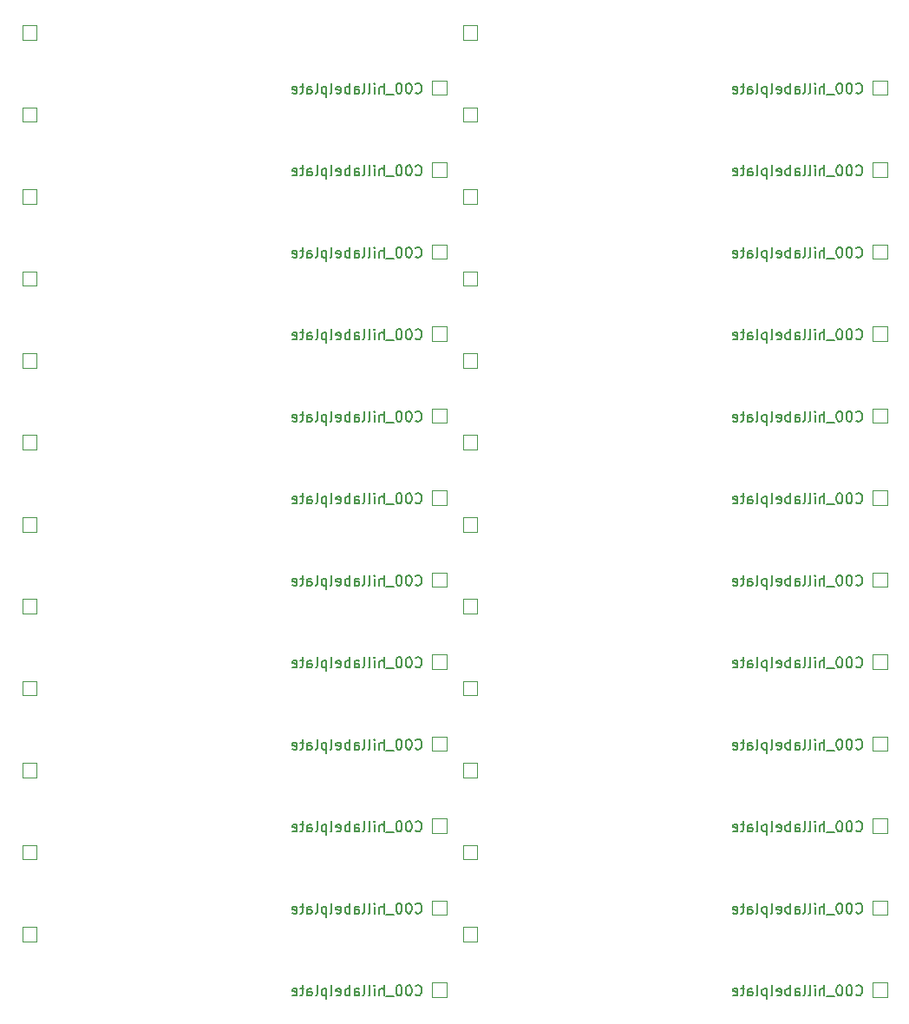
<source format=gbr>
%TF.GenerationSoftware,KiCad,Pcbnew,6.0.11-2627ca5db0~126~ubuntu20.04.1*%
%TF.CreationDate,2024-08-16T09:41:27-05:00*%
%TF.ProjectId,,58585858-5858-4585-9858-585858585858,rev?*%
%TF.SameCoordinates,Original*%
%TF.FileFunction,Legend,Bot*%
%TF.FilePolarity,Positive*%
%FSLAX46Y46*%
G04 Gerber Fmt 4.6, Leading zero omitted, Abs format (unit mm)*
G04 Created by KiCad (PCBNEW 6.0.11-2627ca5db0~126~ubuntu20.04.1) date 2024-08-16 09:41:27*
%MOMM*%
%LPD*%
G01*
G04 APERTURE LIST*
%ADD10C,0.150000*%
%ADD11C,0.120000*%
G04 APERTURE END LIST*
D10*
X153057285Y-170475142D02*
X153104904Y-170522761D01*
X153247761Y-170570380D01*
X153343000Y-170570380D01*
X153485857Y-170522761D01*
X153581095Y-170427523D01*
X153628714Y-170332285D01*
X153676333Y-170141809D01*
X153676333Y-169998952D01*
X153628714Y-169808476D01*
X153581095Y-169713238D01*
X153485857Y-169618000D01*
X153343000Y-169570380D01*
X153247761Y-169570380D01*
X153104904Y-169618000D01*
X153057285Y-169665619D01*
X152438238Y-169570380D02*
X152343000Y-169570380D01*
X152247761Y-169618000D01*
X152200142Y-169665619D01*
X152152523Y-169760857D01*
X152104904Y-169951333D01*
X152104904Y-170189428D01*
X152152523Y-170379904D01*
X152200142Y-170475142D01*
X152247761Y-170522761D01*
X152343000Y-170570380D01*
X152438238Y-170570380D01*
X152533476Y-170522761D01*
X152581095Y-170475142D01*
X152628714Y-170379904D01*
X152676333Y-170189428D01*
X152676333Y-169951333D01*
X152628714Y-169760857D01*
X152581095Y-169665619D01*
X152533476Y-169618000D01*
X152438238Y-169570380D01*
X151485857Y-169570380D02*
X151390619Y-169570380D01*
X151295380Y-169618000D01*
X151247761Y-169665619D01*
X151200142Y-169760857D01*
X151152523Y-169951333D01*
X151152523Y-170189428D01*
X151200142Y-170379904D01*
X151247761Y-170475142D01*
X151295380Y-170522761D01*
X151390619Y-170570380D01*
X151485857Y-170570380D01*
X151581095Y-170522761D01*
X151628714Y-170475142D01*
X151676333Y-170379904D01*
X151723952Y-170189428D01*
X151723952Y-169951333D01*
X151676333Y-169760857D01*
X151628714Y-169665619D01*
X151581095Y-169618000D01*
X151485857Y-169570380D01*
X150962047Y-170665619D02*
X150200142Y-170665619D01*
X149962047Y-170570380D02*
X149962047Y-169570380D01*
X149533476Y-170570380D02*
X149533476Y-170046571D01*
X149581095Y-169951333D01*
X149676333Y-169903714D01*
X149819190Y-169903714D01*
X149914428Y-169951333D01*
X149962047Y-169998952D01*
X149057285Y-170570380D02*
X149057285Y-169903714D01*
X149057285Y-169570380D02*
X149104904Y-169618000D01*
X149057285Y-169665619D01*
X149009666Y-169618000D01*
X149057285Y-169570380D01*
X149057285Y-169665619D01*
X148438238Y-170570380D02*
X148533476Y-170522761D01*
X148581095Y-170427523D01*
X148581095Y-169570380D01*
X147914428Y-170570380D02*
X148009666Y-170522761D01*
X148057285Y-170427523D01*
X148057285Y-169570380D01*
X147104904Y-170570380D02*
X147104904Y-170046571D01*
X147152523Y-169951333D01*
X147247761Y-169903714D01*
X147438238Y-169903714D01*
X147533476Y-169951333D01*
X147104904Y-170522761D02*
X147200142Y-170570380D01*
X147438238Y-170570380D01*
X147533476Y-170522761D01*
X147581095Y-170427523D01*
X147581095Y-170332285D01*
X147533476Y-170237047D01*
X147438238Y-170189428D01*
X147200142Y-170189428D01*
X147104904Y-170141809D01*
X146628714Y-170570380D02*
X146628714Y-169570380D01*
X146628714Y-169951333D02*
X146533476Y-169903714D01*
X146343000Y-169903714D01*
X146247761Y-169951333D01*
X146200142Y-169998952D01*
X146152523Y-170094190D01*
X146152523Y-170379904D01*
X146200142Y-170475142D01*
X146247761Y-170522761D01*
X146343000Y-170570380D01*
X146533476Y-170570380D01*
X146628714Y-170522761D01*
X145343000Y-170522761D02*
X145438238Y-170570380D01*
X145628714Y-170570380D01*
X145723952Y-170522761D01*
X145771571Y-170427523D01*
X145771571Y-170046571D01*
X145723952Y-169951333D01*
X145628714Y-169903714D01*
X145438238Y-169903714D01*
X145343000Y-169951333D01*
X145295380Y-170046571D01*
X145295380Y-170141809D01*
X145771571Y-170237047D01*
X144723952Y-170570380D02*
X144819190Y-170522761D01*
X144866809Y-170427523D01*
X144866809Y-169570380D01*
X144343000Y-169903714D02*
X144343000Y-170903714D01*
X144343000Y-169951333D02*
X144247761Y-169903714D01*
X144057285Y-169903714D01*
X143962047Y-169951333D01*
X143914428Y-169998952D01*
X143866809Y-170094190D01*
X143866809Y-170379904D01*
X143914428Y-170475142D01*
X143962047Y-170522761D01*
X144057285Y-170570380D01*
X144247761Y-170570380D01*
X144343000Y-170522761D01*
X143295380Y-170570380D02*
X143390619Y-170522761D01*
X143438238Y-170427523D01*
X143438238Y-169570380D01*
X142485857Y-170570380D02*
X142485857Y-170046571D01*
X142533476Y-169951333D01*
X142628714Y-169903714D01*
X142819190Y-169903714D01*
X142914428Y-169951333D01*
X142485857Y-170522761D02*
X142581095Y-170570380D01*
X142819190Y-170570380D01*
X142914428Y-170522761D01*
X142962047Y-170427523D01*
X142962047Y-170332285D01*
X142914428Y-170237047D01*
X142819190Y-170189428D01*
X142581095Y-170189428D01*
X142485857Y-170141809D01*
X142152523Y-169903714D02*
X141771571Y-169903714D01*
X142009666Y-169570380D02*
X142009666Y-170427523D01*
X141962047Y-170522761D01*
X141866809Y-170570380D01*
X141771571Y-170570380D01*
X141057285Y-170522761D02*
X141152523Y-170570380D01*
X141343000Y-170570380D01*
X141438238Y-170522761D01*
X141485857Y-170427523D01*
X141485857Y-170046571D01*
X141438238Y-169951333D01*
X141343000Y-169903714D01*
X141152523Y-169903714D01*
X141057285Y-169951333D01*
X141009666Y-170046571D01*
X141009666Y-170141809D01*
X141485857Y-170237047D01*
X110057285Y-170475142D02*
X110104904Y-170522761D01*
X110247761Y-170570380D01*
X110343000Y-170570380D01*
X110485857Y-170522761D01*
X110581095Y-170427523D01*
X110628714Y-170332285D01*
X110676333Y-170141809D01*
X110676333Y-169998952D01*
X110628714Y-169808476D01*
X110581095Y-169713238D01*
X110485857Y-169618000D01*
X110343000Y-169570380D01*
X110247761Y-169570380D01*
X110104904Y-169618000D01*
X110057285Y-169665619D01*
X109438238Y-169570380D02*
X109343000Y-169570380D01*
X109247761Y-169618000D01*
X109200142Y-169665619D01*
X109152523Y-169760857D01*
X109104904Y-169951333D01*
X109104904Y-170189428D01*
X109152523Y-170379904D01*
X109200142Y-170475142D01*
X109247761Y-170522761D01*
X109343000Y-170570380D01*
X109438238Y-170570380D01*
X109533476Y-170522761D01*
X109581095Y-170475142D01*
X109628714Y-170379904D01*
X109676333Y-170189428D01*
X109676333Y-169951333D01*
X109628714Y-169760857D01*
X109581095Y-169665619D01*
X109533476Y-169618000D01*
X109438238Y-169570380D01*
X108485857Y-169570380D02*
X108390619Y-169570380D01*
X108295380Y-169618000D01*
X108247761Y-169665619D01*
X108200142Y-169760857D01*
X108152523Y-169951333D01*
X108152523Y-170189428D01*
X108200142Y-170379904D01*
X108247761Y-170475142D01*
X108295380Y-170522761D01*
X108390619Y-170570380D01*
X108485857Y-170570380D01*
X108581095Y-170522761D01*
X108628714Y-170475142D01*
X108676333Y-170379904D01*
X108723952Y-170189428D01*
X108723952Y-169951333D01*
X108676333Y-169760857D01*
X108628714Y-169665619D01*
X108581095Y-169618000D01*
X108485857Y-169570380D01*
X107962047Y-170665619D02*
X107200142Y-170665619D01*
X106962047Y-170570380D02*
X106962047Y-169570380D01*
X106533476Y-170570380D02*
X106533476Y-170046571D01*
X106581095Y-169951333D01*
X106676333Y-169903714D01*
X106819190Y-169903714D01*
X106914428Y-169951333D01*
X106962047Y-169998952D01*
X106057285Y-170570380D02*
X106057285Y-169903714D01*
X106057285Y-169570380D02*
X106104904Y-169618000D01*
X106057285Y-169665619D01*
X106009666Y-169618000D01*
X106057285Y-169570380D01*
X106057285Y-169665619D01*
X105438238Y-170570380D02*
X105533476Y-170522761D01*
X105581095Y-170427523D01*
X105581095Y-169570380D01*
X104914428Y-170570380D02*
X105009666Y-170522761D01*
X105057285Y-170427523D01*
X105057285Y-169570380D01*
X104104904Y-170570380D02*
X104104904Y-170046571D01*
X104152523Y-169951333D01*
X104247761Y-169903714D01*
X104438238Y-169903714D01*
X104533476Y-169951333D01*
X104104904Y-170522761D02*
X104200142Y-170570380D01*
X104438238Y-170570380D01*
X104533476Y-170522761D01*
X104581095Y-170427523D01*
X104581095Y-170332285D01*
X104533476Y-170237047D01*
X104438238Y-170189428D01*
X104200142Y-170189428D01*
X104104904Y-170141809D01*
X103628714Y-170570380D02*
X103628714Y-169570380D01*
X103628714Y-169951333D02*
X103533476Y-169903714D01*
X103343000Y-169903714D01*
X103247761Y-169951333D01*
X103200142Y-169998952D01*
X103152523Y-170094190D01*
X103152523Y-170379904D01*
X103200142Y-170475142D01*
X103247761Y-170522761D01*
X103343000Y-170570380D01*
X103533476Y-170570380D01*
X103628714Y-170522761D01*
X102343000Y-170522761D02*
X102438238Y-170570380D01*
X102628714Y-170570380D01*
X102723952Y-170522761D01*
X102771571Y-170427523D01*
X102771571Y-170046571D01*
X102723952Y-169951333D01*
X102628714Y-169903714D01*
X102438238Y-169903714D01*
X102343000Y-169951333D01*
X102295380Y-170046571D01*
X102295380Y-170141809D01*
X102771571Y-170237047D01*
X101723952Y-170570380D02*
X101819190Y-170522761D01*
X101866809Y-170427523D01*
X101866809Y-169570380D01*
X101343000Y-169903714D02*
X101343000Y-170903714D01*
X101343000Y-169951333D02*
X101247761Y-169903714D01*
X101057285Y-169903714D01*
X100962047Y-169951333D01*
X100914428Y-169998952D01*
X100866809Y-170094190D01*
X100866809Y-170379904D01*
X100914428Y-170475142D01*
X100962047Y-170522761D01*
X101057285Y-170570380D01*
X101247761Y-170570380D01*
X101343000Y-170522761D01*
X100295380Y-170570380D02*
X100390619Y-170522761D01*
X100438238Y-170427523D01*
X100438238Y-169570380D01*
X99485857Y-170570380D02*
X99485857Y-170046571D01*
X99533476Y-169951333D01*
X99628714Y-169903714D01*
X99819190Y-169903714D01*
X99914428Y-169951333D01*
X99485857Y-170522761D02*
X99581095Y-170570380D01*
X99819190Y-170570380D01*
X99914428Y-170522761D01*
X99962047Y-170427523D01*
X99962047Y-170332285D01*
X99914428Y-170237047D01*
X99819190Y-170189428D01*
X99581095Y-170189428D01*
X99485857Y-170141809D01*
X99152523Y-169903714D02*
X98771571Y-169903714D01*
X99009666Y-169570380D02*
X99009666Y-170427523D01*
X98962047Y-170522761D01*
X98866809Y-170570380D01*
X98771571Y-170570380D01*
X98057285Y-170522761D02*
X98152523Y-170570380D01*
X98343000Y-170570380D01*
X98438238Y-170522761D01*
X98485857Y-170427523D01*
X98485857Y-170046571D01*
X98438238Y-169951333D01*
X98343000Y-169903714D01*
X98152523Y-169903714D01*
X98057285Y-169951333D01*
X98009666Y-170046571D01*
X98009666Y-170141809D01*
X98485857Y-170237047D01*
X153057285Y-162475142D02*
X153104904Y-162522761D01*
X153247761Y-162570380D01*
X153343000Y-162570380D01*
X153485857Y-162522761D01*
X153581095Y-162427523D01*
X153628714Y-162332285D01*
X153676333Y-162141809D01*
X153676333Y-161998952D01*
X153628714Y-161808476D01*
X153581095Y-161713238D01*
X153485857Y-161618000D01*
X153343000Y-161570380D01*
X153247761Y-161570380D01*
X153104904Y-161618000D01*
X153057285Y-161665619D01*
X152438238Y-161570380D02*
X152343000Y-161570380D01*
X152247761Y-161618000D01*
X152200142Y-161665619D01*
X152152523Y-161760857D01*
X152104904Y-161951333D01*
X152104904Y-162189428D01*
X152152523Y-162379904D01*
X152200142Y-162475142D01*
X152247761Y-162522761D01*
X152343000Y-162570380D01*
X152438238Y-162570380D01*
X152533476Y-162522761D01*
X152581095Y-162475142D01*
X152628714Y-162379904D01*
X152676333Y-162189428D01*
X152676333Y-161951333D01*
X152628714Y-161760857D01*
X152581095Y-161665619D01*
X152533476Y-161618000D01*
X152438238Y-161570380D01*
X151485857Y-161570380D02*
X151390619Y-161570380D01*
X151295380Y-161618000D01*
X151247761Y-161665619D01*
X151200142Y-161760857D01*
X151152523Y-161951333D01*
X151152523Y-162189428D01*
X151200142Y-162379904D01*
X151247761Y-162475142D01*
X151295380Y-162522761D01*
X151390619Y-162570380D01*
X151485857Y-162570380D01*
X151581095Y-162522761D01*
X151628714Y-162475142D01*
X151676333Y-162379904D01*
X151723952Y-162189428D01*
X151723952Y-161951333D01*
X151676333Y-161760857D01*
X151628714Y-161665619D01*
X151581095Y-161618000D01*
X151485857Y-161570380D01*
X150962047Y-162665619D02*
X150200142Y-162665619D01*
X149962047Y-162570380D02*
X149962047Y-161570380D01*
X149533476Y-162570380D02*
X149533476Y-162046571D01*
X149581095Y-161951333D01*
X149676333Y-161903714D01*
X149819190Y-161903714D01*
X149914428Y-161951333D01*
X149962047Y-161998952D01*
X149057285Y-162570380D02*
X149057285Y-161903714D01*
X149057285Y-161570380D02*
X149104904Y-161618000D01*
X149057285Y-161665619D01*
X149009666Y-161618000D01*
X149057285Y-161570380D01*
X149057285Y-161665619D01*
X148438238Y-162570380D02*
X148533476Y-162522761D01*
X148581095Y-162427523D01*
X148581095Y-161570380D01*
X147914428Y-162570380D02*
X148009666Y-162522761D01*
X148057285Y-162427523D01*
X148057285Y-161570380D01*
X147104904Y-162570380D02*
X147104904Y-162046571D01*
X147152523Y-161951333D01*
X147247761Y-161903714D01*
X147438238Y-161903714D01*
X147533476Y-161951333D01*
X147104904Y-162522761D02*
X147200142Y-162570380D01*
X147438238Y-162570380D01*
X147533476Y-162522761D01*
X147581095Y-162427523D01*
X147581095Y-162332285D01*
X147533476Y-162237047D01*
X147438238Y-162189428D01*
X147200142Y-162189428D01*
X147104904Y-162141809D01*
X146628714Y-162570380D02*
X146628714Y-161570380D01*
X146628714Y-161951333D02*
X146533476Y-161903714D01*
X146343000Y-161903714D01*
X146247761Y-161951333D01*
X146200142Y-161998952D01*
X146152523Y-162094190D01*
X146152523Y-162379904D01*
X146200142Y-162475142D01*
X146247761Y-162522761D01*
X146343000Y-162570380D01*
X146533476Y-162570380D01*
X146628714Y-162522761D01*
X145343000Y-162522761D02*
X145438238Y-162570380D01*
X145628714Y-162570380D01*
X145723952Y-162522761D01*
X145771571Y-162427523D01*
X145771571Y-162046571D01*
X145723952Y-161951333D01*
X145628714Y-161903714D01*
X145438238Y-161903714D01*
X145343000Y-161951333D01*
X145295380Y-162046571D01*
X145295380Y-162141809D01*
X145771571Y-162237047D01*
X144723952Y-162570380D02*
X144819190Y-162522761D01*
X144866809Y-162427523D01*
X144866809Y-161570380D01*
X144343000Y-161903714D02*
X144343000Y-162903714D01*
X144343000Y-161951333D02*
X144247761Y-161903714D01*
X144057285Y-161903714D01*
X143962047Y-161951333D01*
X143914428Y-161998952D01*
X143866809Y-162094190D01*
X143866809Y-162379904D01*
X143914428Y-162475142D01*
X143962047Y-162522761D01*
X144057285Y-162570380D01*
X144247761Y-162570380D01*
X144343000Y-162522761D01*
X143295380Y-162570380D02*
X143390619Y-162522761D01*
X143438238Y-162427523D01*
X143438238Y-161570380D01*
X142485857Y-162570380D02*
X142485857Y-162046571D01*
X142533476Y-161951333D01*
X142628714Y-161903714D01*
X142819190Y-161903714D01*
X142914428Y-161951333D01*
X142485857Y-162522761D02*
X142581095Y-162570380D01*
X142819190Y-162570380D01*
X142914428Y-162522761D01*
X142962047Y-162427523D01*
X142962047Y-162332285D01*
X142914428Y-162237047D01*
X142819190Y-162189428D01*
X142581095Y-162189428D01*
X142485857Y-162141809D01*
X142152523Y-161903714D02*
X141771571Y-161903714D01*
X142009666Y-161570380D02*
X142009666Y-162427523D01*
X141962047Y-162522761D01*
X141866809Y-162570380D01*
X141771571Y-162570380D01*
X141057285Y-162522761D02*
X141152523Y-162570380D01*
X141343000Y-162570380D01*
X141438238Y-162522761D01*
X141485857Y-162427523D01*
X141485857Y-162046571D01*
X141438238Y-161951333D01*
X141343000Y-161903714D01*
X141152523Y-161903714D01*
X141057285Y-161951333D01*
X141009666Y-162046571D01*
X141009666Y-162141809D01*
X141485857Y-162237047D01*
X110057285Y-162475142D02*
X110104904Y-162522761D01*
X110247761Y-162570380D01*
X110343000Y-162570380D01*
X110485857Y-162522761D01*
X110581095Y-162427523D01*
X110628714Y-162332285D01*
X110676333Y-162141809D01*
X110676333Y-161998952D01*
X110628714Y-161808476D01*
X110581095Y-161713238D01*
X110485857Y-161618000D01*
X110343000Y-161570380D01*
X110247761Y-161570380D01*
X110104904Y-161618000D01*
X110057285Y-161665619D01*
X109438238Y-161570380D02*
X109343000Y-161570380D01*
X109247761Y-161618000D01*
X109200142Y-161665619D01*
X109152523Y-161760857D01*
X109104904Y-161951333D01*
X109104904Y-162189428D01*
X109152523Y-162379904D01*
X109200142Y-162475142D01*
X109247761Y-162522761D01*
X109343000Y-162570380D01*
X109438238Y-162570380D01*
X109533476Y-162522761D01*
X109581095Y-162475142D01*
X109628714Y-162379904D01*
X109676333Y-162189428D01*
X109676333Y-161951333D01*
X109628714Y-161760857D01*
X109581095Y-161665619D01*
X109533476Y-161618000D01*
X109438238Y-161570380D01*
X108485857Y-161570380D02*
X108390619Y-161570380D01*
X108295380Y-161618000D01*
X108247761Y-161665619D01*
X108200142Y-161760857D01*
X108152523Y-161951333D01*
X108152523Y-162189428D01*
X108200142Y-162379904D01*
X108247761Y-162475142D01*
X108295380Y-162522761D01*
X108390619Y-162570380D01*
X108485857Y-162570380D01*
X108581095Y-162522761D01*
X108628714Y-162475142D01*
X108676333Y-162379904D01*
X108723952Y-162189428D01*
X108723952Y-161951333D01*
X108676333Y-161760857D01*
X108628714Y-161665619D01*
X108581095Y-161618000D01*
X108485857Y-161570380D01*
X107962047Y-162665619D02*
X107200142Y-162665619D01*
X106962047Y-162570380D02*
X106962047Y-161570380D01*
X106533476Y-162570380D02*
X106533476Y-162046571D01*
X106581095Y-161951333D01*
X106676333Y-161903714D01*
X106819190Y-161903714D01*
X106914428Y-161951333D01*
X106962047Y-161998952D01*
X106057285Y-162570380D02*
X106057285Y-161903714D01*
X106057285Y-161570380D02*
X106104904Y-161618000D01*
X106057285Y-161665619D01*
X106009666Y-161618000D01*
X106057285Y-161570380D01*
X106057285Y-161665619D01*
X105438238Y-162570380D02*
X105533476Y-162522761D01*
X105581095Y-162427523D01*
X105581095Y-161570380D01*
X104914428Y-162570380D02*
X105009666Y-162522761D01*
X105057285Y-162427523D01*
X105057285Y-161570380D01*
X104104904Y-162570380D02*
X104104904Y-162046571D01*
X104152523Y-161951333D01*
X104247761Y-161903714D01*
X104438238Y-161903714D01*
X104533476Y-161951333D01*
X104104904Y-162522761D02*
X104200142Y-162570380D01*
X104438238Y-162570380D01*
X104533476Y-162522761D01*
X104581095Y-162427523D01*
X104581095Y-162332285D01*
X104533476Y-162237047D01*
X104438238Y-162189428D01*
X104200142Y-162189428D01*
X104104904Y-162141809D01*
X103628714Y-162570380D02*
X103628714Y-161570380D01*
X103628714Y-161951333D02*
X103533476Y-161903714D01*
X103343000Y-161903714D01*
X103247761Y-161951333D01*
X103200142Y-161998952D01*
X103152523Y-162094190D01*
X103152523Y-162379904D01*
X103200142Y-162475142D01*
X103247761Y-162522761D01*
X103343000Y-162570380D01*
X103533476Y-162570380D01*
X103628714Y-162522761D01*
X102343000Y-162522761D02*
X102438238Y-162570380D01*
X102628714Y-162570380D01*
X102723952Y-162522761D01*
X102771571Y-162427523D01*
X102771571Y-162046571D01*
X102723952Y-161951333D01*
X102628714Y-161903714D01*
X102438238Y-161903714D01*
X102343000Y-161951333D01*
X102295380Y-162046571D01*
X102295380Y-162141809D01*
X102771571Y-162237047D01*
X101723952Y-162570380D02*
X101819190Y-162522761D01*
X101866809Y-162427523D01*
X101866809Y-161570380D01*
X101343000Y-161903714D02*
X101343000Y-162903714D01*
X101343000Y-161951333D02*
X101247761Y-161903714D01*
X101057285Y-161903714D01*
X100962047Y-161951333D01*
X100914428Y-161998952D01*
X100866809Y-162094190D01*
X100866809Y-162379904D01*
X100914428Y-162475142D01*
X100962047Y-162522761D01*
X101057285Y-162570380D01*
X101247761Y-162570380D01*
X101343000Y-162522761D01*
X100295380Y-162570380D02*
X100390619Y-162522761D01*
X100438238Y-162427523D01*
X100438238Y-161570380D01*
X99485857Y-162570380D02*
X99485857Y-162046571D01*
X99533476Y-161951333D01*
X99628714Y-161903714D01*
X99819190Y-161903714D01*
X99914428Y-161951333D01*
X99485857Y-162522761D02*
X99581095Y-162570380D01*
X99819190Y-162570380D01*
X99914428Y-162522761D01*
X99962047Y-162427523D01*
X99962047Y-162332285D01*
X99914428Y-162237047D01*
X99819190Y-162189428D01*
X99581095Y-162189428D01*
X99485857Y-162141809D01*
X99152523Y-161903714D02*
X98771571Y-161903714D01*
X99009666Y-161570380D02*
X99009666Y-162427523D01*
X98962047Y-162522761D01*
X98866809Y-162570380D01*
X98771571Y-162570380D01*
X98057285Y-162522761D02*
X98152523Y-162570380D01*
X98343000Y-162570380D01*
X98438238Y-162522761D01*
X98485857Y-162427523D01*
X98485857Y-162046571D01*
X98438238Y-161951333D01*
X98343000Y-161903714D01*
X98152523Y-161903714D01*
X98057285Y-161951333D01*
X98009666Y-162046571D01*
X98009666Y-162141809D01*
X98485857Y-162237047D01*
X153057285Y-154475142D02*
X153104904Y-154522761D01*
X153247761Y-154570380D01*
X153343000Y-154570380D01*
X153485857Y-154522761D01*
X153581095Y-154427523D01*
X153628714Y-154332285D01*
X153676333Y-154141809D01*
X153676333Y-153998952D01*
X153628714Y-153808476D01*
X153581095Y-153713238D01*
X153485857Y-153618000D01*
X153343000Y-153570380D01*
X153247761Y-153570380D01*
X153104904Y-153618000D01*
X153057285Y-153665619D01*
X152438238Y-153570380D02*
X152343000Y-153570380D01*
X152247761Y-153618000D01*
X152200142Y-153665619D01*
X152152523Y-153760857D01*
X152104904Y-153951333D01*
X152104904Y-154189428D01*
X152152523Y-154379904D01*
X152200142Y-154475142D01*
X152247761Y-154522761D01*
X152343000Y-154570380D01*
X152438238Y-154570380D01*
X152533476Y-154522761D01*
X152581095Y-154475142D01*
X152628714Y-154379904D01*
X152676333Y-154189428D01*
X152676333Y-153951333D01*
X152628714Y-153760857D01*
X152581095Y-153665619D01*
X152533476Y-153618000D01*
X152438238Y-153570380D01*
X151485857Y-153570380D02*
X151390619Y-153570380D01*
X151295380Y-153618000D01*
X151247761Y-153665619D01*
X151200142Y-153760857D01*
X151152523Y-153951333D01*
X151152523Y-154189428D01*
X151200142Y-154379904D01*
X151247761Y-154475142D01*
X151295380Y-154522761D01*
X151390619Y-154570380D01*
X151485857Y-154570380D01*
X151581095Y-154522761D01*
X151628714Y-154475142D01*
X151676333Y-154379904D01*
X151723952Y-154189428D01*
X151723952Y-153951333D01*
X151676333Y-153760857D01*
X151628714Y-153665619D01*
X151581095Y-153618000D01*
X151485857Y-153570380D01*
X150962047Y-154665619D02*
X150200142Y-154665619D01*
X149962047Y-154570380D02*
X149962047Y-153570380D01*
X149533476Y-154570380D02*
X149533476Y-154046571D01*
X149581095Y-153951333D01*
X149676333Y-153903714D01*
X149819190Y-153903714D01*
X149914428Y-153951333D01*
X149962047Y-153998952D01*
X149057285Y-154570380D02*
X149057285Y-153903714D01*
X149057285Y-153570380D02*
X149104904Y-153618000D01*
X149057285Y-153665619D01*
X149009666Y-153618000D01*
X149057285Y-153570380D01*
X149057285Y-153665619D01*
X148438238Y-154570380D02*
X148533476Y-154522761D01*
X148581095Y-154427523D01*
X148581095Y-153570380D01*
X147914428Y-154570380D02*
X148009666Y-154522761D01*
X148057285Y-154427523D01*
X148057285Y-153570380D01*
X147104904Y-154570380D02*
X147104904Y-154046571D01*
X147152523Y-153951333D01*
X147247761Y-153903714D01*
X147438238Y-153903714D01*
X147533476Y-153951333D01*
X147104904Y-154522761D02*
X147200142Y-154570380D01*
X147438238Y-154570380D01*
X147533476Y-154522761D01*
X147581095Y-154427523D01*
X147581095Y-154332285D01*
X147533476Y-154237047D01*
X147438238Y-154189428D01*
X147200142Y-154189428D01*
X147104904Y-154141809D01*
X146628714Y-154570380D02*
X146628714Y-153570380D01*
X146628714Y-153951333D02*
X146533476Y-153903714D01*
X146343000Y-153903714D01*
X146247761Y-153951333D01*
X146200142Y-153998952D01*
X146152523Y-154094190D01*
X146152523Y-154379904D01*
X146200142Y-154475142D01*
X146247761Y-154522761D01*
X146343000Y-154570380D01*
X146533476Y-154570380D01*
X146628714Y-154522761D01*
X145343000Y-154522761D02*
X145438238Y-154570380D01*
X145628714Y-154570380D01*
X145723952Y-154522761D01*
X145771571Y-154427523D01*
X145771571Y-154046571D01*
X145723952Y-153951333D01*
X145628714Y-153903714D01*
X145438238Y-153903714D01*
X145343000Y-153951333D01*
X145295380Y-154046571D01*
X145295380Y-154141809D01*
X145771571Y-154237047D01*
X144723952Y-154570380D02*
X144819190Y-154522761D01*
X144866809Y-154427523D01*
X144866809Y-153570380D01*
X144343000Y-153903714D02*
X144343000Y-154903714D01*
X144343000Y-153951333D02*
X144247761Y-153903714D01*
X144057285Y-153903714D01*
X143962047Y-153951333D01*
X143914428Y-153998952D01*
X143866809Y-154094190D01*
X143866809Y-154379904D01*
X143914428Y-154475142D01*
X143962047Y-154522761D01*
X144057285Y-154570380D01*
X144247761Y-154570380D01*
X144343000Y-154522761D01*
X143295380Y-154570380D02*
X143390619Y-154522761D01*
X143438238Y-154427523D01*
X143438238Y-153570380D01*
X142485857Y-154570380D02*
X142485857Y-154046571D01*
X142533476Y-153951333D01*
X142628714Y-153903714D01*
X142819190Y-153903714D01*
X142914428Y-153951333D01*
X142485857Y-154522761D02*
X142581095Y-154570380D01*
X142819190Y-154570380D01*
X142914428Y-154522761D01*
X142962047Y-154427523D01*
X142962047Y-154332285D01*
X142914428Y-154237047D01*
X142819190Y-154189428D01*
X142581095Y-154189428D01*
X142485857Y-154141809D01*
X142152523Y-153903714D02*
X141771571Y-153903714D01*
X142009666Y-153570380D02*
X142009666Y-154427523D01*
X141962047Y-154522761D01*
X141866809Y-154570380D01*
X141771571Y-154570380D01*
X141057285Y-154522761D02*
X141152523Y-154570380D01*
X141343000Y-154570380D01*
X141438238Y-154522761D01*
X141485857Y-154427523D01*
X141485857Y-154046571D01*
X141438238Y-153951333D01*
X141343000Y-153903714D01*
X141152523Y-153903714D01*
X141057285Y-153951333D01*
X141009666Y-154046571D01*
X141009666Y-154141809D01*
X141485857Y-154237047D01*
X110057285Y-154475142D02*
X110104904Y-154522761D01*
X110247761Y-154570380D01*
X110343000Y-154570380D01*
X110485857Y-154522761D01*
X110581095Y-154427523D01*
X110628714Y-154332285D01*
X110676333Y-154141809D01*
X110676333Y-153998952D01*
X110628714Y-153808476D01*
X110581095Y-153713238D01*
X110485857Y-153618000D01*
X110343000Y-153570380D01*
X110247761Y-153570380D01*
X110104904Y-153618000D01*
X110057285Y-153665619D01*
X109438238Y-153570380D02*
X109343000Y-153570380D01*
X109247761Y-153618000D01*
X109200142Y-153665619D01*
X109152523Y-153760857D01*
X109104904Y-153951333D01*
X109104904Y-154189428D01*
X109152523Y-154379904D01*
X109200142Y-154475142D01*
X109247761Y-154522761D01*
X109343000Y-154570380D01*
X109438238Y-154570380D01*
X109533476Y-154522761D01*
X109581095Y-154475142D01*
X109628714Y-154379904D01*
X109676333Y-154189428D01*
X109676333Y-153951333D01*
X109628714Y-153760857D01*
X109581095Y-153665619D01*
X109533476Y-153618000D01*
X109438238Y-153570380D01*
X108485857Y-153570380D02*
X108390619Y-153570380D01*
X108295380Y-153618000D01*
X108247761Y-153665619D01*
X108200142Y-153760857D01*
X108152523Y-153951333D01*
X108152523Y-154189428D01*
X108200142Y-154379904D01*
X108247761Y-154475142D01*
X108295380Y-154522761D01*
X108390619Y-154570380D01*
X108485857Y-154570380D01*
X108581095Y-154522761D01*
X108628714Y-154475142D01*
X108676333Y-154379904D01*
X108723952Y-154189428D01*
X108723952Y-153951333D01*
X108676333Y-153760857D01*
X108628714Y-153665619D01*
X108581095Y-153618000D01*
X108485857Y-153570380D01*
X107962047Y-154665619D02*
X107200142Y-154665619D01*
X106962047Y-154570380D02*
X106962047Y-153570380D01*
X106533476Y-154570380D02*
X106533476Y-154046571D01*
X106581095Y-153951333D01*
X106676333Y-153903714D01*
X106819190Y-153903714D01*
X106914428Y-153951333D01*
X106962047Y-153998952D01*
X106057285Y-154570380D02*
X106057285Y-153903714D01*
X106057285Y-153570380D02*
X106104904Y-153618000D01*
X106057285Y-153665619D01*
X106009666Y-153618000D01*
X106057285Y-153570380D01*
X106057285Y-153665619D01*
X105438238Y-154570380D02*
X105533476Y-154522761D01*
X105581095Y-154427523D01*
X105581095Y-153570380D01*
X104914428Y-154570380D02*
X105009666Y-154522761D01*
X105057285Y-154427523D01*
X105057285Y-153570380D01*
X104104904Y-154570380D02*
X104104904Y-154046571D01*
X104152523Y-153951333D01*
X104247761Y-153903714D01*
X104438238Y-153903714D01*
X104533476Y-153951333D01*
X104104904Y-154522761D02*
X104200142Y-154570380D01*
X104438238Y-154570380D01*
X104533476Y-154522761D01*
X104581095Y-154427523D01*
X104581095Y-154332285D01*
X104533476Y-154237047D01*
X104438238Y-154189428D01*
X104200142Y-154189428D01*
X104104904Y-154141809D01*
X103628714Y-154570380D02*
X103628714Y-153570380D01*
X103628714Y-153951333D02*
X103533476Y-153903714D01*
X103343000Y-153903714D01*
X103247761Y-153951333D01*
X103200142Y-153998952D01*
X103152523Y-154094190D01*
X103152523Y-154379904D01*
X103200142Y-154475142D01*
X103247761Y-154522761D01*
X103343000Y-154570380D01*
X103533476Y-154570380D01*
X103628714Y-154522761D01*
X102343000Y-154522761D02*
X102438238Y-154570380D01*
X102628714Y-154570380D01*
X102723952Y-154522761D01*
X102771571Y-154427523D01*
X102771571Y-154046571D01*
X102723952Y-153951333D01*
X102628714Y-153903714D01*
X102438238Y-153903714D01*
X102343000Y-153951333D01*
X102295380Y-154046571D01*
X102295380Y-154141809D01*
X102771571Y-154237047D01*
X101723952Y-154570380D02*
X101819190Y-154522761D01*
X101866809Y-154427523D01*
X101866809Y-153570380D01*
X101343000Y-153903714D02*
X101343000Y-154903714D01*
X101343000Y-153951333D02*
X101247761Y-153903714D01*
X101057285Y-153903714D01*
X100962047Y-153951333D01*
X100914428Y-153998952D01*
X100866809Y-154094190D01*
X100866809Y-154379904D01*
X100914428Y-154475142D01*
X100962047Y-154522761D01*
X101057285Y-154570380D01*
X101247761Y-154570380D01*
X101343000Y-154522761D01*
X100295380Y-154570380D02*
X100390619Y-154522761D01*
X100438238Y-154427523D01*
X100438238Y-153570380D01*
X99485857Y-154570380D02*
X99485857Y-154046571D01*
X99533476Y-153951333D01*
X99628714Y-153903714D01*
X99819190Y-153903714D01*
X99914428Y-153951333D01*
X99485857Y-154522761D02*
X99581095Y-154570380D01*
X99819190Y-154570380D01*
X99914428Y-154522761D01*
X99962047Y-154427523D01*
X99962047Y-154332285D01*
X99914428Y-154237047D01*
X99819190Y-154189428D01*
X99581095Y-154189428D01*
X99485857Y-154141809D01*
X99152523Y-153903714D02*
X98771571Y-153903714D01*
X99009666Y-153570380D02*
X99009666Y-154427523D01*
X98962047Y-154522761D01*
X98866809Y-154570380D01*
X98771571Y-154570380D01*
X98057285Y-154522761D02*
X98152523Y-154570380D01*
X98343000Y-154570380D01*
X98438238Y-154522761D01*
X98485857Y-154427523D01*
X98485857Y-154046571D01*
X98438238Y-153951333D01*
X98343000Y-153903714D01*
X98152523Y-153903714D01*
X98057285Y-153951333D01*
X98009666Y-154046571D01*
X98009666Y-154141809D01*
X98485857Y-154237047D01*
X153057285Y-146475142D02*
X153104904Y-146522761D01*
X153247761Y-146570380D01*
X153343000Y-146570380D01*
X153485857Y-146522761D01*
X153581095Y-146427523D01*
X153628714Y-146332285D01*
X153676333Y-146141809D01*
X153676333Y-145998952D01*
X153628714Y-145808476D01*
X153581095Y-145713238D01*
X153485857Y-145618000D01*
X153343000Y-145570380D01*
X153247761Y-145570380D01*
X153104904Y-145618000D01*
X153057285Y-145665619D01*
X152438238Y-145570380D02*
X152343000Y-145570380D01*
X152247761Y-145618000D01*
X152200142Y-145665619D01*
X152152523Y-145760857D01*
X152104904Y-145951333D01*
X152104904Y-146189428D01*
X152152523Y-146379904D01*
X152200142Y-146475142D01*
X152247761Y-146522761D01*
X152343000Y-146570380D01*
X152438238Y-146570380D01*
X152533476Y-146522761D01*
X152581095Y-146475142D01*
X152628714Y-146379904D01*
X152676333Y-146189428D01*
X152676333Y-145951333D01*
X152628714Y-145760857D01*
X152581095Y-145665619D01*
X152533476Y-145618000D01*
X152438238Y-145570380D01*
X151485857Y-145570380D02*
X151390619Y-145570380D01*
X151295380Y-145618000D01*
X151247761Y-145665619D01*
X151200142Y-145760857D01*
X151152523Y-145951333D01*
X151152523Y-146189428D01*
X151200142Y-146379904D01*
X151247761Y-146475142D01*
X151295380Y-146522761D01*
X151390619Y-146570380D01*
X151485857Y-146570380D01*
X151581095Y-146522761D01*
X151628714Y-146475142D01*
X151676333Y-146379904D01*
X151723952Y-146189428D01*
X151723952Y-145951333D01*
X151676333Y-145760857D01*
X151628714Y-145665619D01*
X151581095Y-145618000D01*
X151485857Y-145570380D01*
X150962047Y-146665619D02*
X150200142Y-146665619D01*
X149962047Y-146570380D02*
X149962047Y-145570380D01*
X149533476Y-146570380D02*
X149533476Y-146046571D01*
X149581095Y-145951333D01*
X149676333Y-145903714D01*
X149819190Y-145903714D01*
X149914428Y-145951333D01*
X149962047Y-145998952D01*
X149057285Y-146570380D02*
X149057285Y-145903714D01*
X149057285Y-145570380D02*
X149104904Y-145618000D01*
X149057285Y-145665619D01*
X149009666Y-145618000D01*
X149057285Y-145570380D01*
X149057285Y-145665619D01*
X148438238Y-146570380D02*
X148533476Y-146522761D01*
X148581095Y-146427523D01*
X148581095Y-145570380D01*
X147914428Y-146570380D02*
X148009666Y-146522761D01*
X148057285Y-146427523D01*
X148057285Y-145570380D01*
X147104904Y-146570380D02*
X147104904Y-146046571D01*
X147152523Y-145951333D01*
X147247761Y-145903714D01*
X147438238Y-145903714D01*
X147533476Y-145951333D01*
X147104904Y-146522761D02*
X147200142Y-146570380D01*
X147438238Y-146570380D01*
X147533476Y-146522761D01*
X147581095Y-146427523D01*
X147581095Y-146332285D01*
X147533476Y-146237047D01*
X147438238Y-146189428D01*
X147200142Y-146189428D01*
X147104904Y-146141809D01*
X146628714Y-146570380D02*
X146628714Y-145570380D01*
X146628714Y-145951333D02*
X146533476Y-145903714D01*
X146343000Y-145903714D01*
X146247761Y-145951333D01*
X146200142Y-145998952D01*
X146152523Y-146094190D01*
X146152523Y-146379904D01*
X146200142Y-146475142D01*
X146247761Y-146522761D01*
X146343000Y-146570380D01*
X146533476Y-146570380D01*
X146628714Y-146522761D01*
X145343000Y-146522761D02*
X145438238Y-146570380D01*
X145628714Y-146570380D01*
X145723952Y-146522761D01*
X145771571Y-146427523D01*
X145771571Y-146046571D01*
X145723952Y-145951333D01*
X145628714Y-145903714D01*
X145438238Y-145903714D01*
X145343000Y-145951333D01*
X145295380Y-146046571D01*
X145295380Y-146141809D01*
X145771571Y-146237047D01*
X144723952Y-146570380D02*
X144819190Y-146522761D01*
X144866809Y-146427523D01*
X144866809Y-145570380D01*
X144343000Y-145903714D02*
X144343000Y-146903714D01*
X144343000Y-145951333D02*
X144247761Y-145903714D01*
X144057285Y-145903714D01*
X143962047Y-145951333D01*
X143914428Y-145998952D01*
X143866809Y-146094190D01*
X143866809Y-146379904D01*
X143914428Y-146475142D01*
X143962047Y-146522761D01*
X144057285Y-146570380D01*
X144247761Y-146570380D01*
X144343000Y-146522761D01*
X143295380Y-146570380D02*
X143390619Y-146522761D01*
X143438238Y-146427523D01*
X143438238Y-145570380D01*
X142485857Y-146570380D02*
X142485857Y-146046571D01*
X142533476Y-145951333D01*
X142628714Y-145903714D01*
X142819190Y-145903714D01*
X142914428Y-145951333D01*
X142485857Y-146522761D02*
X142581095Y-146570380D01*
X142819190Y-146570380D01*
X142914428Y-146522761D01*
X142962047Y-146427523D01*
X142962047Y-146332285D01*
X142914428Y-146237047D01*
X142819190Y-146189428D01*
X142581095Y-146189428D01*
X142485857Y-146141809D01*
X142152523Y-145903714D02*
X141771571Y-145903714D01*
X142009666Y-145570380D02*
X142009666Y-146427523D01*
X141962047Y-146522761D01*
X141866809Y-146570380D01*
X141771571Y-146570380D01*
X141057285Y-146522761D02*
X141152523Y-146570380D01*
X141343000Y-146570380D01*
X141438238Y-146522761D01*
X141485857Y-146427523D01*
X141485857Y-146046571D01*
X141438238Y-145951333D01*
X141343000Y-145903714D01*
X141152523Y-145903714D01*
X141057285Y-145951333D01*
X141009666Y-146046571D01*
X141009666Y-146141809D01*
X141485857Y-146237047D01*
X110057285Y-146475142D02*
X110104904Y-146522761D01*
X110247761Y-146570380D01*
X110343000Y-146570380D01*
X110485857Y-146522761D01*
X110581095Y-146427523D01*
X110628714Y-146332285D01*
X110676333Y-146141809D01*
X110676333Y-145998952D01*
X110628714Y-145808476D01*
X110581095Y-145713238D01*
X110485857Y-145618000D01*
X110343000Y-145570380D01*
X110247761Y-145570380D01*
X110104904Y-145618000D01*
X110057285Y-145665619D01*
X109438238Y-145570380D02*
X109343000Y-145570380D01*
X109247761Y-145618000D01*
X109200142Y-145665619D01*
X109152523Y-145760857D01*
X109104904Y-145951333D01*
X109104904Y-146189428D01*
X109152523Y-146379904D01*
X109200142Y-146475142D01*
X109247761Y-146522761D01*
X109343000Y-146570380D01*
X109438238Y-146570380D01*
X109533476Y-146522761D01*
X109581095Y-146475142D01*
X109628714Y-146379904D01*
X109676333Y-146189428D01*
X109676333Y-145951333D01*
X109628714Y-145760857D01*
X109581095Y-145665619D01*
X109533476Y-145618000D01*
X109438238Y-145570380D01*
X108485857Y-145570380D02*
X108390619Y-145570380D01*
X108295380Y-145618000D01*
X108247761Y-145665619D01*
X108200142Y-145760857D01*
X108152523Y-145951333D01*
X108152523Y-146189428D01*
X108200142Y-146379904D01*
X108247761Y-146475142D01*
X108295380Y-146522761D01*
X108390619Y-146570380D01*
X108485857Y-146570380D01*
X108581095Y-146522761D01*
X108628714Y-146475142D01*
X108676333Y-146379904D01*
X108723952Y-146189428D01*
X108723952Y-145951333D01*
X108676333Y-145760857D01*
X108628714Y-145665619D01*
X108581095Y-145618000D01*
X108485857Y-145570380D01*
X107962047Y-146665619D02*
X107200142Y-146665619D01*
X106962047Y-146570380D02*
X106962047Y-145570380D01*
X106533476Y-146570380D02*
X106533476Y-146046571D01*
X106581095Y-145951333D01*
X106676333Y-145903714D01*
X106819190Y-145903714D01*
X106914428Y-145951333D01*
X106962047Y-145998952D01*
X106057285Y-146570380D02*
X106057285Y-145903714D01*
X106057285Y-145570380D02*
X106104904Y-145618000D01*
X106057285Y-145665619D01*
X106009666Y-145618000D01*
X106057285Y-145570380D01*
X106057285Y-145665619D01*
X105438238Y-146570380D02*
X105533476Y-146522761D01*
X105581095Y-146427523D01*
X105581095Y-145570380D01*
X104914428Y-146570380D02*
X105009666Y-146522761D01*
X105057285Y-146427523D01*
X105057285Y-145570380D01*
X104104904Y-146570380D02*
X104104904Y-146046571D01*
X104152523Y-145951333D01*
X104247761Y-145903714D01*
X104438238Y-145903714D01*
X104533476Y-145951333D01*
X104104904Y-146522761D02*
X104200142Y-146570380D01*
X104438238Y-146570380D01*
X104533476Y-146522761D01*
X104581095Y-146427523D01*
X104581095Y-146332285D01*
X104533476Y-146237047D01*
X104438238Y-146189428D01*
X104200142Y-146189428D01*
X104104904Y-146141809D01*
X103628714Y-146570380D02*
X103628714Y-145570380D01*
X103628714Y-145951333D02*
X103533476Y-145903714D01*
X103343000Y-145903714D01*
X103247761Y-145951333D01*
X103200142Y-145998952D01*
X103152523Y-146094190D01*
X103152523Y-146379904D01*
X103200142Y-146475142D01*
X103247761Y-146522761D01*
X103343000Y-146570380D01*
X103533476Y-146570380D01*
X103628714Y-146522761D01*
X102343000Y-146522761D02*
X102438238Y-146570380D01*
X102628714Y-146570380D01*
X102723952Y-146522761D01*
X102771571Y-146427523D01*
X102771571Y-146046571D01*
X102723952Y-145951333D01*
X102628714Y-145903714D01*
X102438238Y-145903714D01*
X102343000Y-145951333D01*
X102295380Y-146046571D01*
X102295380Y-146141809D01*
X102771571Y-146237047D01*
X101723952Y-146570380D02*
X101819190Y-146522761D01*
X101866809Y-146427523D01*
X101866809Y-145570380D01*
X101343000Y-145903714D02*
X101343000Y-146903714D01*
X101343000Y-145951333D02*
X101247761Y-145903714D01*
X101057285Y-145903714D01*
X100962047Y-145951333D01*
X100914428Y-145998952D01*
X100866809Y-146094190D01*
X100866809Y-146379904D01*
X100914428Y-146475142D01*
X100962047Y-146522761D01*
X101057285Y-146570380D01*
X101247761Y-146570380D01*
X101343000Y-146522761D01*
X100295380Y-146570380D02*
X100390619Y-146522761D01*
X100438238Y-146427523D01*
X100438238Y-145570380D01*
X99485857Y-146570380D02*
X99485857Y-146046571D01*
X99533476Y-145951333D01*
X99628714Y-145903714D01*
X99819190Y-145903714D01*
X99914428Y-145951333D01*
X99485857Y-146522761D02*
X99581095Y-146570380D01*
X99819190Y-146570380D01*
X99914428Y-146522761D01*
X99962047Y-146427523D01*
X99962047Y-146332285D01*
X99914428Y-146237047D01*
X99819190Y-146189428D01*
X99581095Y-146189428D01*
X99485857Y-146141809D01*
X99152523Y-145903714D02*
X98771571Y-145903714D01*
X99009666Y-145570380D02*
X99009666Y-146427523D01*
X98962047Y-146522761D01*
X98866809Y-146570380D01*
X98771571Y-146570380D01*
X98057285Y-146522761D02*
X98152523Y-146570380D01*
X98343000Y-146570380D01*
X98438238Y-146522761D01*
X98485857Y-146427523D01*
X98485857Y-146046571D01*
X98438238Y-145951333D01*
X98343000Y-145903714D01*
X98152523Y-145903714D01*
X98057285Y-145951333D01*
X98009666Y-146046571D01*
X98009666Y-146141809D01*
X98485857Y-146237047D01*
X153057285Y-138475142D02*
X153104904Y-138522761D01*
X153247761Y-138570380D01*
X153343000Y-138570380D01*
X153485857Y-138522761D01*
X153581095Y-138427523D01*
X153628714Y-138332285D01*
X153676333Y-138141809D01*
X153676333Y-137998952D01*
X153628714Y-137808476D01*
X153581095Y-137713238D01*
X153485857Y-137618000D01*
X153343000Y-137570380D01*
X153247761Y-137570380D01*
X153104904Y-137618000D01*
X153057285Y-137665619D01*
X152438238Y-137570380D02*
X152343000Y-137570380D01*
X152247761Y-137618000D01*
X152200142Y-137665619D01*
X152152523Y-137760857D01*
X152104904Y-137951333D01*
X152104904Y-138189428D01*
X152152523Y-138379904D01*
X152200142Y-138475142D01*
X152247761Y-138522761D01*
X152343000Y-138570380D01*
X152438238Y-138570380D01*
X152533476Y-138522761D01*
X152581095Y-138475142D01*
X152628714Y-138379904D01*
X152676333Y-138189428D01*
X152676333Y-137951333D01*
X152628714Y-137760857D01*
X152581095Y-137665619D01*
X152533476Y-137618000D01*
X152438238Y-137570380D01*
X151485857Y-137570380D02*
X151390619Y-137570380D01*
X151295380Y-137618000D01*
X151247761Y-137665619D01*
X151200142Y-137760857D01*
X151152523Y-137951333D01*
X151152523Y-138189428D01*
X151200142Y-138379904D01*
X151247761Y-138475142D01*
X151295380Y-138522761D01*
X151390619Y-138570380D01*
X151485857Y-138570380D01*
X151581095Y-138522761D01*
X151628714Y-138475142D01*
X151676333Y-138379904D01*
X151723952Y-138189428D01*
X151723952Y-137951333D01*
X151676333Y-137760857D01*
X151628714Y-137665619D01*
X151581095Y-137618000D01*
X151485857Y-137570380D01*
X150962047Y-138665619D02*
X150200142Y-138665619D01*
X149962047Y-138570380D02*
X149962047Y-137570380D01*
X149533476Y-138570380D02*
X149533476Y-138046571D01*
X149581095Y-137951333D01*
X149676333Y-137903714D01*
X149819190Y-137903714D01*
X149914428Y-137951333D01*
X149962047Y-137998952D01*
X149057285Y-138570380D02*
X149057285Y-137903714D01*
X149057285Y-137570380D02*
X149104904Y-137618000D01*
X149057285Y-137665619D01*
X149009666Y-137618000D01*
X149057285Y-137570380D01*
X149057285Y-137665619D01*
X148438238Y-138570380D02*
X148533476Y-138522761D01*
X148581095Y-138427523D01*
X148581095Y-137570380D01*
X147914428Y-138570380D02*
X148009666Y-138522761D01*
X148057285Y-138427523D01*
X148057285Y-137570380D01*
X147104904Y-138570380D02*
X147104904Y-138046571D01*
X147152523Y-137951333D01*
X147247761Y-137903714D01*
X147438238Y-137903714D01*
X147533476Y-137951333D01*
X147104904Y-138522761D02*
X147200142Y-138570380D01*
X147438238Y-138570380D01*
X147533476Y-138522761D01*
X147581095Y-138427523D01*
X147581095Y-138332285D01*
X147533476Y-138237047D01*
X147438238Y-138189428D01*
X147200142Y-138189428D01*
X147104904Y-138141809D01*
X146628714Y-138570380D02*
X146628714Y-137570380D01*
X146628714Y-137951333D02*
X146533476Y-137903714D01*
X146343000Y-137903714D01*
X146247761Y-137951333D01*
X146200142Y-137998952D01*
X146152523Y-138094190D01*
X146152523Y-138379904D01*
X146200142Y-138475142D01*
X146247761Y-138522761D01*
X146343000Y-138570380D01*
X146533476Y-138570380D01*
X146628714Y-138522761D01*
X145343000Y-138522761D02*
X145438238Y-138570380D01*
X145628714Y-138570380D01*
X145723952Y-138522761D01*
X145771571Y-138427523D01*
X145771571Y-138046571D01*
X145723952Y-137951333D01*
X145628714Y-137903714D01*
X145438238Y-137903714D01*
X145343000Y-137951333D01*
X145295380Y-138046571D01*
X145295380Y-138141809D01*
X145771571Y-138237047D01*
X144723952Y-138570380D02*
X144819190Y-138522761D01*
X144866809Y-138427523D01*
X144866809Y-137570380D01*
X144343000Y-137903714D02*
X144343000Y-138903714D01*
X144343000Y-137951333D02*
X144247761Y-137903714D01*
X144057285Y-137903714D01*
X143962047Y-137951333D01*
X143914428Y-137998952D01*
X143866809Y-138094190D01*
X143866809Y-138379904D01*
X143914428Y-138475142D01*
X143962047Y-138522761D01*
X144057285Y-138570380D01*
X144247761Y-138570380D01*
X144343000Y-138522761D01*
X143295380Y-138570380D02*
X143390619Y-138522761D01*
X143438238Y-138427523D01*
X143438238Y-137570380D01*
X142485857Y-138570380D02*
X142485857Y-138046571D01*
X142533476Y-137951333D01*
X142628714Y-137903714D01*
X142819190Y-137903714D01*
X142914428Y-137951333D01*
X142485857Y-138522761D02*
X142581095Y-138570380D01*
X142819190Y-138570380D01*
X142914428Y-138522761D01*
X142962047Y-138427523D01*
X142962047Y-138332285D01*
X142914428Y-138237047D01*
X142819190Y-138189428D01*
X142581095Y-138189428D01*
X142485857Y-138141809D01*
X142152523Y-137903714D02*
X141771571Y-137903714D01*
X142009666Y-137570380D02*
X142009666Y-138427523D01*
X141962047Y-138522761D01*
X141866809Y-138570380D01*
X141771571Y-138570380D01*
X141057285Y-138522761D02*
X141152523Y-138570380D01*
X141343000Y-138570380D01*
X141438238Y-138522761D01*
X141485857Y-138427523D01*
X141485857Y-138046571D01*
X141438238Y-137951333D01*
X141343000Y-137903714D01*
X141152523Y-137903714D01*
X141057285Y-137951333D01*
X141009666Y-138046571D01*
X141009666Y-138141809D01*
X141485857Y-138237047D01*
X110057285Y-138475142D02*
X110104904Y-138522761D01*
X110247761Y-138570380D01*
X110343000Y-138570380D01*
X110485857Y-138522761D01*
X110581095Y-138427523D01*
X110628714Y-138332285D01*
X110676333Y-138141809D01*
X110676333Y-137998952D01*
X110628714Y-137808476D01*
X110581095Y-137713238D01*
X110485857Y-137618000D01*
X110343000Y-137570380D01*
X110247761Y-137570380D01*
X110104904Y-137618000D01*
X110057285Y-137665619D01*
X109438238Y-137570380D02*
X109343000Y-137570380D01*
X109247761Y-137618000D01*
X109200142Y-137665619D01*
X109152523Y-137760857D01*
X109104904Y-137951333D01*
X109104904Y-138189428D01*
X109152523Y-138379904D01*
X109200142Y-138475142D01*
X109247761Y-138522761D01*
X109343000Y-138570380D01*
X109438238Y-138570380D01*
X109533476Y-138522761D01*
X109581095Y-138475142D01*
X109628714Y-138379904D01*
X109676333Y-138189428D01*
X109676333Y-137951333D01*
X109628714Y-137760857D01*
X109581095Y-137665619D01*
X109533476Y-137618000D01*
X109438238Y-137570380D01*
X108485857Y-137570380D02*
X108390619Y-137570380D01*
X108295380Y-137618000D01*
X108247761Y-137665619D01*
X108200142Y-137760857D01*
X108152523Y-137951333D01*
X108152523Y-138189428D01*
X108200142Y-138379904D01*
X108247761Y-138475142D01*
X108295380Y-138522761D01*
X108390619Y-138570380D01*
X108485857Y-138570380D01*
X108581095Y-138522761D01*
X108628714Y-138475142D01*
X108676333Y-138379904D01*
X108723952Y-138189428D01*
X108723952Y-137951333D01*
X108676333Y-137760857D01*
X108628714Y-137665619D01*
X108581095Y-137618000D01*
X108485857Y-137570380D01*
X107962047Y-138665619D02*
X107200142Y-138665619D01*
X106962047Y-138570380D02*
X106962047Y-137570380D01*
X106533476Y-138570380D02*
X106533476Y-138046571D01*
X106581095Y-137951333D01*
X106676333Y-137903714D01*
X106819190Y-137903714D01*
X106914428Y-137951333D01*
X106962047Y-137998952D01*
X106057285Y-138570380D02*
X106057285Y-137903714D01*
X106057285Y-137570380D02*
X106104904Y-137618000D01*
X106057285Y-137665619D01*
X106009666Y-137618000D01*
X106057285Y-137570380D01*
X106057285Y-137665619D01*
X105438238Y-138570380D02*
X105533476Y-138522761D01*
X105581095Y-138427523D01*
X105581095Y-137570380D01*
X104914428Y-138570380D02*
X105009666Y-138522761D01*
X105057285Y-138427523D01*
X105057285Y-137570380D01*
X104104904Y-138570380D02*
X104104904Y-138046571D01*
X104152523Y-137951333D01*
X104247761Y-137903714D01*
X104438238Y-137903714D01*
X104533476Y-137951333D01*
X104104904Y-138522761D02*
X104200142Y-138570380D01*
X104438238Y-138570380D01*
X104533476Y-138522761D01*
X104581095Y-138427523D01*
X104581095Y-138332285D01*
X104533476Y-138237047D01*
X104438238Y-138189428D01*
X104200142Y-138189428D01*
X104104904Y-138141809D01*
X103628714Y-138570380D02*
X103628714Y-137570380D01*
X103628714Y-137951333D02*
X103533476Y-137903714D01*
X103343000Y-137903714D01*
X103247761Y-137951333D01*
X103200142Y-137998952D01*
X103152523Y-138094190D01*
X103152523Y-138379904D01*
X103200142Y-138475142D01*
X103247761Y-138522761D01*
X103343000Y-138570380D01*
X103533476Y-138570380D01*
X103628714Y-138522761D01*
X102343000Y-138522761D02*
X102438238Y-138570380D01*
X102628714Y-138570380D01*
X102723952Y-138522761D01*
X102771571Y-138427523D01*
X102771571Y-138046571D01*
X102723952Y-137951333D01*
X102628714Y-137903714D01*
X102438238Y-137903714D01*
X102343000Y-137951333D01*
X102295380Y-138046571D01*
X102295380Y-138141809D01*
X102771571Y-138237047D01*
X101723952Y-138570380D02*
X101819190Y-138522761D01*
X101866809Y-138427523D01*
X101866809Y-137570380D01*
X101343000Y-137903714D02*
X101343000Y-138903714D01*
X101343000Y-137951333D02*
X101247761Y-137903714D01*
X101057285Y-137903714D01*
X100962047Y-137951333D01*
X100914428Y-137998952D01*
X100866809Y-138094190D01*
X100866809Y-138379904D01*
X100914428Y-138475142D01*
X100962047Y-138522761D01*
X101057285Y-138570380D01*
X101247761Y-138570380D01*
X101343000Y-138522761D01*
X100295380Y-138570380D02*
X100390619Y-138522761D01*
X100438238Y-138427523D01*
X100438238Y-137570380D01*
X99485857Y-138570380D02*
X99485857Y-138046571D01*
X99533476Y-137951333D01*
X99628714Y-137903714D01*
X99819190Y-137903714D01*
X99914428Y-137951333D01*
X99485857Y-138522761D02*
X99581095Y-138570380D01*
X99819190Y-138570380D01*
X99914428Y-138522761D01*
X99962047Y-138427523D01*
X99962047Y-138332285D01*
X99914428Y-138237047D01*
X99819190Y-138189428D01*
X99581095Y-138189428D01*
X99485857Y-138141809D01*
X99152523Y-137903714D02*
X98771571Y-137903714D01*
X99009666Y-137570380D02*
X99009666Y-138427523D01*
X98962047Y-138522761D01*
X98866809Y-138570380D01*
X98771571Y-138570380D01*
X98057285Y-138522761D02*
X98152523Y-138570380D01*
X98343000Y-138570380D01*
X98438238Y-138522761D01*
X98485857Y-138427523D01*
X98485857Y-138046571D01*
X98438238Y-137951333D01*
X98343000Y-137903714D01*
X98152523Y-137903714D01*
X98057285Y-137951333D01*
X98009666Y-138046571D01*
X98009666Y-138141809D01*
X98485857Y-138237047D01*
X153057285Y-130475142D02*
X153104904Y-130522761D01*
X153247761Y-130570380D01*
X153343000Y-130570380D01*
X153485857Y-130522761D01*
X153581095Y-130427523D01*
X153628714Y-130332285D01*
X153676333Y-130141809D01*
X153676333Y-129998952D01*
X153628714Y-129808476D01*
X153581095Y-129713238D01*
X153485857Y-129618000D01*
X153343000Y-129570380D01*
X153247761Y-129570380D01*
X153104904Y-129618000D01*
X153057285Y-129665619D01*
X152438238Y-129570380D02*
X152343000Y-129570380D01*
X152247761Y-129618000D01*
X152200142Y-129665619D01*
X152152523Y-129760857D01*
X152104904Y-129951333D01*
X152104904Y-130189428D01*
X152152523Y-130379904D01*
X152200142Y-130475142D01*
X152247761Y-130522761D01*
X152343000Y-130570380D01*
X152438238Y-130570380D01*
X152533476Y-130522761D01*
X152581095Y-130475142D01*
X152628714Y-130379904D01*
X152676333Y-130189428D01*
X152676333Y-129951333D01*
X152628714Y-129760857D01*
X152581095Y-129665619D01*
X152533476Y-129618000D01*
X152438238Y-129570380D01*
X151485857Y-129570380D02*
X151390619Y-129570380D01*
X151295380Y-129618000D01*
X151247761Y-129665619D01*
X151200142Y-129760857D01*
X151152523Y-129951333D01*
X151152523Y-130189428D01*
X151200142Y-130379904D01*
X151247761Y-130475142D01*
X151295380Y-130522761D01*
X151390619Y-130570380D01*
X151485857Y-130570380D01*
X151581095Y-130522761D01*
X151628714Y-130475142D01*
X151676333Y-130379904D01*
X151723952Y-130189428D01*
X151723952Y-129951333D01*
X151676333Y-129760857D01*
X151628714Y-129665619D01*
X151581095Y-129618000D01*
X151485857Y-129570380D01*
X150962047Y-130665619D02*
X150200142Y-130665619D01*
X149962047Y-130570380D02*
X149962047Y-129570380D01*
X149533476Y-130570380D02*
X149533476Y-130046571D01*
X149581095Y-129951333D01*
X149676333Y-129903714D01*
X149819190Y-129903714D01*
X149914428Y-129951333D01*
X149962047Y-129998952D01*
X149057285Y-130570380D02*
X149057285Y-129903714D01*
X149057285Y-129570380D02*
X149104904Y-129618000D01*
X149057285Y-129665619D01*
X149009666Y-129618000D01*
X149057285Y-129570380D01*
X149057285Y-129665619D01*
X148438238Y-130570380D02*
X148533476Y-130522761D01*
X148581095Y-130427523D01*
X148581095Y-129570380D01*
X147914428Y-130570380D02*
X148009666Y-130522761D01*
X148057285Y-130427523D01*
X148057285Y-129570380D01*
X147104904Y-130570380D02*
X147104904Y-130046571D01*
X147152523Y-129951333D01*
X147247761Y-129903714D01*
X147438238Y-129903714D01*
X147533476Y-129951333D01*
X147104904Y-130522761D02*
X147200142Y-130570380D01*
X147438238Y-130570380D01*
X147533476Y-130522761D01*
X147581095Y-130427523D01*
X147581095Y-130332285D01*
X147533476Y-130237047D01*
X147438238Y-130189428D01*
X147200142Y-130189428D01*
X147104904Y-130141809D01*
X146628714Y-130570380D02*
X146628714Y-129570380D01*
X146628714Y-129951333D02*
X146533476Y-129903714D01*
X146343000Y-129903714D01*
X146247761Y-129951333D01*
X146200142Y-129998952D01*
X146152523Y-130094190D01*
X146152523Y-130379904D01*
X146200142Y-130475142D01*
X146247761Y-130522761D01*
X146343000Y-130570380D01*
X146533476Y-130570380D01*
X146628714Y-130522761D01*
X145343000Y-130522761D02*
X145438238Y-130570380D01*
X145628714Y-130570380D01*
X145723952Y-130522761D01*
X145771571Y-130427523D01*
X145771571Y-130046571D01*
X145723952Y-129951333D01*
X145628714Y-129903714D01*
X145438238Y-129903714D01*
X145343000Y-129951333D01*
X145295380Y-130046571D01*
X145295380Y-130141809D01*
X145771571Y-130237047D01*
X144723952Y-130570380D02*
X144819190Y-130522761D01*
X144866809Y-130427523D01*
X144866809Y-129570380D01*
X144343000Y-129903714D02*
X144343000Y-130903714D01*
X144343000Y-129951333D02*
X144247761Y-129903714D01*
X144057285Y-129903714D01*
X143962047Y-129951333D01*
X143914428Y-129998952D01*
X143866809Y-130094190D01*
X143866809Y-130379904D01*
X143914428Y-130475142D01*
X143962047Y-130522761D01*
X144057285Y-130570380D01*
X144247761Y-130570380D01*
X144343000Y-130522761D01*
X143295380Y-130570380D02*
X143390619Y-130522761D01*
X143438238Y-130427523D01*
X143438238Y-129570380D01*
X142485857Y-130570380D02*
X142485857Y-130046571D01*
X142533476Y-129951333D01*
X142628714Y-129903714D01*
X142819190Y-129903714D01*
X142914428Y-129951333D01*
X142485857Y-130522761D02*
X142581095Y-130570380D01*
X142819190Y-130570380D01*
X142914428Y-130522761D01*
X142962047Y-130427523D01*
X142962047Y-130332285D01*
X142914428Y-130237047D01*
X142819190Y-130189428D01*
X142581095Y-130189428D01*
X142485857Y-130141809D01*
X142152523Y-129903714D02*
X141771571Y-129903714D01*
X142009666Y-129570380D02*
X142009666Y-130427523D01*
X141962047Y-130522761D01*
X141866809Y-130570380D01*
X141771571Y-130570380D01*
X141057285Y-130522761D02*
X141152523Y-130570380D01*
X141343000Y-130570380D01*
X141438238Y-130522761D01*
X141485857Y-130427523D01*
X141485857Y-130046571D01*
X141438238Y-129951333D01*
X141343000Y-129903714D01*
X141152523Y-129903714D01*
X141057285Y-129951333D01*
X141009666Y-130046571D01*
X141009666Y-130141809D01*
X141485857Y-130237047D01*
X110057285Y-130475142D02*
X110104904Y-130522761D01*
X110247761Y-130570380D01*
X110343000Y-130570380D01*
X110485857Y-130522761D01*
X110581095Y-130427523D01*
X110628714Y-130332285D01*
X110676333Y-130141809D01*
X110676333Y-129998952D01*
X110628714Y-129808476D01*
X110581095Y-129713238D01*
X110485857Y-129618000D01*
X110343000Y-129570380D01*
X110247761Y-129570380D01*
X110104904Y-129618000D01*
X110057285Y-129665619D01*
X109438238Y-129570380D02*
X109343000Y-129570380D01*
X109247761Y-129618000D01*
X109200142Y-129665619D01*
X109152523Y-129760857D01*
X109104904Y-129951333D01*
X109104904Y-130189428D01*
X109152523Y-130379904D01*
X109200142Y-130475142D01*
X109247761Y-130522761D01*
X109343000Y-130570380D01*
X109438238Y-130570380D01*
X109533476Y-130522761D01*
X109581095Y-130475142D01*
X109628714Y-130379904D01*
X109676333Y-130189428D01*
X109676333Y-129951333D01*
X109628714Y-129760857D01*
X109581095Y-129665619D01*
X109533476Y-129618000D01*
X109438238Y-129570380D01*
X108485857Y-129570380D02*
X108390619Y-129570380D01*
X108295380Y-129618000D01*
X108247761Y-129665619D01*
X108200142Y-129760857D01*
X108152523Y-129951333D01*
X108152523Y-130189428D01*
X108200142Y-130379904D01*
X108247761Y-130475142D01*
X108295380Y-130522761D01*
X108390619Y-130570380D01*
X108485857Y-130570380D01*
X108581095Y-130522761D01*
X108628714Y-130475142D01*
X108676333Y-130379904D01*
X108723952Y-130189428D01*
X108723952Y-129951333D01*
X108676333Y-129760857D01*
X108628714Y-129665619D01*
X108581095Y-129618000D01*
X108485857Y-129570380D01*
X107962047Y-130665619D02*
X107200142Y-130665619D01*
X106962047Y-130570380D02*
X106962047Y-129570380D01*
X106533476Y-130570380D02*
X106533476Y-130046571D01*
X106581095Y-129951333D01*
X106676333Y-129903714D01*
X106819190Y-129903714D01*
X106914428Y-129951333D01*
X106962047Y-129998952D01*
X106057285Y-130570380D02*
X106057285Y-129903714D01*
X106057285Y-129570380D02*
X106104904Y-129618000D01*
X106057285Y-129665619D01*
X106009666Y-129618000D01*
X106057285Y-129570380D01*
X106057285Y-129665619D01*
X105438238Y-130570380D02*
X105533476Y-130522761D01*
X105581095Y-130427523D01*
X105581095Y-129570380D01*
X104914428Y-130570380D02*
X105009666Y-130522761D01*
X105057285Y-130427523D01*
X105057285Y-129570380D01*
X104104904Y-130570380D02*
X104104904Y-130046571D01*
X104152523Y-129951333D01*
X104247761Y-129903714D01*
X104438238Y-129903714D01*
X104533476Y-129951333D01*
X104104904Y-130522761D02*
X104200142Y-130570380D01*
X104438238Y-130570380D01*
X104533476Y-130522761D01*
X104581095Y-130427523D01*
X104581095Y-130332285D01*
X104533476Y-130237047D01*
X104438238Y-130189428D01*
X104200142Y-130189428D01*
X104104904Y-130141809D01*
X103628714Y-130570380D02*
X103628714Y-129570380D01*
X103628714Y-129951333D02*
X103533476Y-129903714D01*
X103343000Y-129903714D01*
X103247761Y-129951333D01*
X103200142Y-129998952D01*
X103152523Y-130094190D01*
X103152523Y-130379904D01*
X103200142Y-130475142D01*
X103247761Y-130522761D01*
X103343000Y-130570380D01*
X103533476Y-130570380D01*
X103628714Y-130522761D01*
X102343000Y-130522761D02*
X102438238Y-130570380D01*
X102628714Y-130570380D01*
X102723952Y-130522761D01*
X102771571Y-130427523D01*
X102771571Y-130046571D01*
X102723952Y-129951333D01*
X102628714Y-129903714D01*
X102438238Y-129903714D01*
X102343000Y-129951333D01*
X102295380Y-130046571D01*
X102295380Y-130141809D01*
X102771571Y-130237047D01*
X101723952Y-130570380D02*
X101819190Y-130522761D01*
X101866809Y-130427523D01*
X101866809Y-129570380D01*
X101343000Y-129903714D02*
X101343000Y-130903714D01*
X101343000Y-129951333D02*
X101247761Y-129903714D01*
X101057285Y-129903714D01*
X100962047Y-129951333D01*
X100914428Y-129998952D01*
X100866809Y-130094190D01*
X100866809Y-130379904D01*
X100914428Y-130475142D01*
X100962047Y-130522761D01*
X101057285Y-130570380D01*
X101247761Y-130570380D01*
X101343000Y-130522761D01*
X100295380Y-130570380D02*
X100390619Y-130522761D01*
X100438238Y-130427523D01*
X100438238Y-129570380D01*
X99485857Y-130570380D02*
X99485857Y-130046571D01*
X99533476Y-129951333D01*
X99628714Y-129903714D01*
X99819190Y-129903714D01*
X99914428Y-129951333D01*
X99485857Y-130522761D02*
X99581095Y-130570380D01*
X99819190Y-130570380D01*
X99914428Y-130522761D01*
X99962047Y-130427523D01*
X99962047Y-130332285D01*
X99914428Y-130237047D01*
X99819190Y-130189428D01*
X99581095Y-130189428D01*
X99485857Y-130141809D01*
X99152523Y-129903714D02*
X98771571Y-129903714D01*
X99009666Y-129570380D02*
X99009666Y-130427523D01*
X98962047Y-130522761D01*
X98866809Y-130570380D01*
X98771571Y-130570380D01*
X98057285Y-130522761D02*
X98152523Y-130570380D01*
X98343000Y-130570380D01*
X98438238Y-130522761D01*
X98485857Y-130427523D01*
X98485857Y-130046571D01*
X98438238Y-129951333D01*
X98343000Y-129903714D01*
X98152523Y-129903714D01*
X98057285Y-129951333D01*
X98009666Y-130046571D01*
X98009666Y-130141809D01*
X98485857Y-130237047D01*
X153057285Y-122475142D02*
X153104904Y-122522761D01*
X153247761Y-122570380D01*
X153343000Y-122570380D01*
X153485857Y-122522761D01*
X153581095Y-122427523D01*
X153628714Y-122332285D01*
X153676333Y-122141809D01*
X153676333Y-121998952D01*
X153628714Y-121808476D01*
X153581095Y-121713238D01*
X153485857Y-121618000D01*
X153343000Y-121570380D01*
X153247761Y-121570380D01*
X153104904Y-121618000D01*
X153057285Y-121665619D01*
X152438238Y-121570380D02*
X152343000Y-121570380D01*
X152247761Y-121618000D01*
X152200142Y-121665619D01*
X152152523Y-121760857D01*
X152104904Y-121951333D01*
X152104904Y-122189428D01*
X152152523Y-122379904D01*
X152200142Y-122475142D01*
X152247761Y-122522761D01*
X152343000Y-122570380D01*
X152438238Y-122570380D01*
X152533476Y-122522761D01*
X152581095Y-122475142D01*
X152628714Y-122379904D01*
X152676333Y-122189428D01*
X152676333Y-121951333D01*
X152628714Y-121760857D01*
X152581095Y-121665619D01*
X152533476Y-121618000D01*
X152438238Y-121570380D01*
X151485857Y-121570380D02*
X151390619Y-121570380D01*
X151295380Y-121618000D01*
X151247761Y-121665619D01*
X151200142Y-121760857D01*
X151152523Y-121951333D01*
X151152523Y-122189428D01*
X151200142Y-122379904D01*
X151247761Y-122475142D01*
X151295380Y-122522761D01*
X151390619Y-122570380D01*
X151485857Y-122570380D01*
X151581095Y-122522761D01*
X151628714Y-122475142D01*
X151676333Y-122379904D01*
X151723952Y-122189428D01*
X151723952Y-121951333D01*
X151676333Y-121760857D01*
X151628714Y-121665619D01*
X151581095Y-121618000D01*
X151485857Y-121570380D01*
X150962047Y-122665619D02*
X150200142Y-122665619D01*
X149962047Y-122570380D02*
X149962047Y-121570380D01*
X149533476Y-122570380D02*
X149533476Y-122046571D01*
X149581095Y-121951333D01*
X149676333Y-121903714D01*
X149819190Y-121903714D01*
X149914428Y-121951333D01*
X149962047Y-121998952D01*
X149057285Y-122570380D02*
X149057285Y-121903714D01*
X149057285Y-121570380D02*
X149104904Y-121618000D01*
X149057285Y-121665619D01*
X149009666Y-121618000D01*
X149057285Y-121570380D01*
X149057285Y-121665619D01*
X148438238Y-122570380D02*
X148533476Y-122522761D01*
X148581095Y-122427523D01*
X148581095Y-121570380D01*
X147914428Y-122570380D02*
X148009666Y-122522761D01*
X148057285Y-122427523D01*
X148057285Y-121570380D01*
X147104904Y-122570380D02*
X147104904Y-122046571D01*
X147152523Y-121951333D01*
X147247761Y-121903714D01*
X147438238Y-121903714D01*
X147533476Y-121951333D01*
X147104904Y-122522761D02*
X147200142Y-122570380D01*
X147438238Y-122570380D01*
X147533476Y-122522761D01*
X147581095Y-122427523D01*
X147581095Y-122332285D01*
X147533476Y-122237047D01*
X147438238Y-122189428D01*
X147200142Y-122189428D01*
X147104904Y-122141809D01*
X146628714Y-122570380D02*
X146628714Y-121570380D01*
X146628714Y-121951333D02*
X146533476Y-121903714D01*
X146343000Y-121903714D01*
X146247761Y-121951333D01*
X146200142Y-121998952D01*
X146152523Y-122094190D01*
X146152523Y-122379904D01*
X146200142Y-122475142D01*
X146247761Y-122522761D01*
X146343000Y-122570380D01*
X146533476Y-122570380D01*
X146628714Y-122522761D01*
X145343000Y-122522761D02*
X145438238Y-122570380D01*
X145628714Y-122570380D01*
X145723952Y-122522761D01*
X145771571Y-122427523D01*
X145771571Y-122046571D01*
X145723952Y-121951333D01*
X145628714Y-121903714D01*
X145438238Y-121903714D01*
X145343000Y-121951333D01*
X145295380Y-122046571D01*
X145295380Y-122141809D01*
X145771571Y-122237047D01*
X144723952Y-122570380D02*
X144819190Y-122522761D01*
X144866809Y-122427523D01*
X144866809Y-121570380D01*
X144343000Y-121903714D02*
X144343000Y-122903714D01*
X144343000Y-121951333D02*
X144247761Y-121903714D01*
X144057285Y-121903714D01*
X143962047Y-121951333D01*
X143914428Y-121998952D01*
X143866809Y-122094190D01*
X143866809Y-122379904D01*
X143914428Y-122475142D01*
X143962047Y-122522761D01*
X144057285Y-122570380D01*
X144247761Y-122570380D01*
X144343000Y-122522761D01*
X143295380Y-122570380D02*
X143390619Y-122522761D01*
X143438238Y-122427523D01*
X143438238Y-121570380D01*
X142485857Y-122570380D02*
X142485857Y-122046571D01*
X142533476Y-121951333D01*
X142628714Y-121903714D01*
X142819190Y-121903714D01*
X142914428Y-121951333D01*
X142485857Y-122522761D02*
X142581095Y-122570380D01*
X142819190Y-122570380D01*
X142914428Y-122522761D01*
X142962047Y-122427523D01*
X142962047Y-122332285D01*
X142914428Y-122237047D01*
X142819190Y-122189428D01*
X142581095Y-122189428D01*
X142485857Y-122141809D01*
X142152523Y-121903714D02*
X141771571Y-121903714D01*
X142009666Y-121570380D02*
X142009666Y-122427523D01*
X141962047Y-122522761D01*
X141866809Y-122570380D01*
X141771571Y-122570380D01*
X141057285Y-122522761D02*
X141152523Y-122570380D01*
X141343000Y-122570380D01*
X141438238Y-122522761D01*
X141485857Y-122427523D01*
X141485857Y-122046571D01*
X141438238Y-121951333D01*
X141343000Y-121903714D01*
X141152523Y-121903714D01*
X141057285Y-121951333D01*
X141009666Y-122046571D01*
X141009666Y-122141809D01*
X141485857Y-122237047D01*
X110057285Y-122475142D02*
X110104904Y-122522761D01*
X110247761Y-122570380D01*
X110343000Y-122570380D01*
X110485857Y-122522761D01*
X110581095Y-122427523D01*
X110628714Y-122332285D01*
X110676333Y-122141809D01*
X110676333Y-121998952D01*
X110628714Y-121808476D01*
X110581095Y-121713238D01*
X110485857Y-121618000D01*
X110343000Y-121570380D01*
X110247761Y-121570380D01*
X110104904Y-121618000D01*
X110057285Y-121665619D01*
X109438238Y-121570380D02*
X109343000Y-121570380D01*
X109247761Y-121618000D01*
X109200142Y-121665619D01*
X109152523Y-121760857D01*
X109104904Y-121951333D01*
X109104904Y-122189428D01*
X109152523Y-122379904D01*
X109200142Y-122475142D01*
X109247761Y-122522761D01*
X109343000Y-122570380D01*
X109438238Y-122570380D01*
X109533476Y-122522761D01*
X109581095Y-122475142D01*
X109628714Y-122379904D01*
X109676333Y-122189428D01*
X109676333Y-121951333D01*
X109628714Y-121760857D01*
X109581095Y-121665619D01*
X109533476Y-121618000D01*
X109438238Y-121570380D01*
X108485857Y-121570380D02*
X108390619Y-121570380D01*
X108295380Y-121618000D01*
X108247761Y-121665619D01*
X108200142Y-121760857D01*
X108152523Y-121951333D01*
X108152523Y-122189428D01*
X108200142Y-122379904D01*
X108247761Y-122475142D01*
X108295380Y-122522761D01*
X108390619Y-122570380D01*
X108485857Y-122570380D01*
X108581095Y-122522761D01*
X108628714Y-122475142D01*
X108676333Y-122379904D01*
X108723952Y-122189428D01*
X108723952Y-121951333D01*
X108676333Y-121760857D01*
X108628714Y-121665619D01*
X108581095Y-121618000D01*
X108485857Y-121570380D01*
X107962047Y-122665619D02*
X107200142Y-122665619D01*
X106962047Y-122570380D02*
X106962047Y-121570380D01*
X106533476Y-122570380D02*
X106533476Y-122046571D01*
X106581095Y-121951333D01*
X106676333Y-121903714D01*
X106819190Y-121903714D01*
X106914428Y-121951333D01*
X106962047Y-121998952D01*
X106057285Y-122570380D02*
X106057285Y-121903714D01*
X106057285Y-121570380D02*
X106104904Y-121618000D01*
X106057285Y-121665619D01*
X106009666Y-121618000D01*
X106057285Y-121570380D01*
X106057285Y-121665619D01*
X105438238Y-122570380D02*
X105533476Y-122522761D01*
X105581095Y-122427523D01*
X105581095Y-121570380D01*
X104914428Y-122570380D02*
X105009666Y-122522761D01*
X105057285Y-122427523D01*
X105057285Y-121570380D01*
X104104904Y-122570380D02*
X104104904Y-122046571D01*
X104152523Y-121951333D01*
X104247761Y-121903714D01*
X104438238Y-121903714D01*
X104533476Y-121951333D01*
X104104904Y-122522761D02*
X104200142Y-122570380D01*
X104438238Y-122570380D01*
X104533476Y-122522761D01*
X104581095Y-122427523D01*
X104581095Y-122332285D01*
X104533476Y-122237047D01*
X104438238Y-122189428D01*
X104200142Y-122189428D01*
X104104904Y-122141809D01*
X103628714Y-122570380D02*
X103628714Y-121570380D01*
X103628714Y-121951333D02*
X103533476Y-121903714D01*
X103343000Y-121903714D01*
X103247761Y-121951333D01*
X103200142Y-121998952D01*
X103152523Y-122094190D01*
X103152523Y-122379904D01*
X103200142Y-122475142D01*
X103247761Y-122522761D01*
X103343000Y-122570380D01*
X103533476Y-122570380D01*
X103628714Y-122522761D01*
X102343000Y-122522761D02*
X102438238Y-122570380D01*
X102628714Y-122570380D01*
X102723952Y-122522761D01*
X102771571Y-122427523D01*
X102771571Y-122046571D01*
X102723952Y-121951333D01*
X102628714Y-121903714D01*
X102438238Y-121903714D01*
X102343000Y-121951333D01*
X102295380Y-122046571D01*
X102295380Y-122141809D01*
X102771571Y-122237047D01*
X101723952Y-122570380D02*
X101819190Y-122522761D01*
X101866809Y-122427523D01*
X101866809Y-121570380D01*
X101343000Y-121903714D02*
X101343000Y-122903714D01*
X101343000Y-121951333D02*
X101247761Y-121903714D01*
X101057285Y-121903714D01*
X100962047Y-121951333D01*
X100914428Y-121998952D01*
X100866809Y-122094190D01*
X100866809Y-122379904D01*
X100914428Y-122475142D01*
X100962047Y-122522761D01*
X101057285Y-122570380D01*
X101247761Y-122570380D01*
X101343000Y-122522761D01*
X100295380Y-122570380D02*
X100390619Y-122522761D01*
X100438238Y-122427523D01*
X100438238Y-121570380D01*
X99485857Y-122570380D02*
X99485857Y-122046571D01*
X99533476Y-121951333D01*
X99628714Y-121903714D01*
X99819190Y-121903714D01*
X99914428Y-121951333D01*
X99485857Y-122522761D02*
X99581095Y-122570380D01*
X99819190Y-122570380D01*
X99914428Y-122522761D01*
X99962047Y-122427523D01*
X99962047Y-122332285D01*
X99914428Y-122237047D01*
X99819190Y-122189428D01*
X99581095Y-122189428D01*
X99485857Y-122141809D01*
X99152523Y-121903714D02*
X98771571Y-121903714D01*
X99009666Y-121570380D02*
X99009666Y-122427523D01*
X98962047Y-122522761D01*
X98866809Y-122570380D01*
X98771571Y-122570380D01*
X98057285Y-122522761D02*
X98152523Y-122570380D01*
X98343000Y-122570380D01*
X98438238Y-122522761D01*
X98485857Y-122427523D01*
X98485857Y-122046571D01*
X98438238Y-121951333D01*
X98343000Y-121903714D01*
X98152523Y-121903714D01*
X98057285Y-121951333D01*
X98009666Y-122046571D01*
X98009666Y-122141809D01*
X98485857Y-122237047D01*
X153057285Y-114475142D02*
X153104904Y-114522761D01*
X153247761Y-114570380D01*
X153343000Y-114570380D01*
X153485857Y-114522761D01*
X153581095Y-114427523D01*
X153628714Y-114332285D01*
X153676333Y-114141809D01*
X153676333Y-113998952D01*
X153628714Y-113808476D01*
X153581095Y-113713238D01*
X153485857Y-113618000D01*
X153343000Y-113570380D01*
X153247761Y-113570380D01*
X153104904Y-113618000D01*
X153057285Y-113665619D01*
X152438238Y-113570380D02*
X152343000Y-113570380D01*
X152247761Y-113618000D01*
X152200142Y-113665619D01*
X152152523Y-113760857D01*
X152104904Y-113951333D01*
X152104904Y-114189428D01*
X152152523Y-114379904D01*
X152200142Y-114475142D01*
X152247761Y-114522761D01*
X152343000Y-114570380D01*
X152438238Y-114570380D01*
X152533476Y-114522761D01*
X152581095Y-114475142D01*
X152628714Y-114379904D01*
X152676333Y-114189428D01*
X152676333Y-113951333D01*
X152628714Y-113760857D01*
X152581095Y-113665619D01*
X152533476Y-113618000D01*
X152438238Y-113570380D01*
X151485857Y-113570380D02*
X151390619Y-113570380D01*
X151295380Y-113618000D01*
X151247761Y-113665619D01*
X151200142Y-113760857D01*
X151152523Y-113951333D01*
X151152523Y-114189428D01*
X151200142Y-114379904D01*
X151247761Y-114475142D01*
X151295380Y-114522761D01*
X151390619Y-114570380D01*
X151485857Y-114570380D01*
X151581095Y-114522761D01*
X151628714Y-114475142D01*
X151676333Y-114379904D01*
X151723952Y-114189428D01*
X151723952Y-113951333D01*
X151676333Y-113760857D01*
X151628714Y-113665619D01*
X151581095Y-113618000D01*
X151485857Y-113570380D01*
X150962047Y-114665619D02*
X150200142Y-114665619D01*
X149962047Y-114570380D02*
X149962047Y-113570380D01*
X149533476Y-114570380D02*
X149533476Y-114046571D01*
X149581095Y-113951333D01*
X149676333Y-113903714D01*
X149819190Y-113903714D01*
X149914428Y-113951333D01*
X149962047Y-113998952D01*
X149057285Y-114570380D02*
X149057285Y-113903714D01*
X149057285Y-113570380D02*
X149104904Y-113618000D01*
X149057285Y-113665619D01*
X149009666Y-113618000D01*
X149057285Y-113570380D01*
X149057285Y-113665619D01*
X148438238Y-114570380D02*
X148533476Y-114522761D01*
X148581095Y-114427523D01*
X148581095Y-113570380D01*
X147914428Y-114570380D02*
X148009666Y-114522761D01*
X148057285Y-114427523D01*
X148057285Y-113570380D01*
X147104904Y-114570380D02*
X147104904Y-114046571D01*
X147152523Y-113951333D01*
X147247761Y-113903714D01*
X147438238Y-113903714D01*
X147533476Y-113951333D01*
X147104904Y-114522761D02*
X147200142Y-114570380D01*
X147438238Y-114570380D01*
X147533476Y-114522761D01*
X147581095Y-114427523D01*
X147581095Y-114332285D01*
X147533476Y-114237047D01*
X147438238Y-114189428D01*
X147200142Y-114189428D01*
X147104904Y-114141809D01*
X146628714Y-114570380D02*
X146628714Y-113570380D01*
X146628714Y-113951333D02*
X146533476Y-113903714D01*
X146343000Y-113903714D01*
X146247761Y-113951333D01*
X146200142Y-113998952D01*
X146152523Y-114094190D01*
X146152523Y-114379904D01*
X146200142Y-114475142D01*
X146247761Y-114522761D01*
X146343000Y-114570380D01*
X146533476Y-114570380D01*
X146628714Y-114522761D01*
X145343000Y-114522761D02*
X145438238Y-114570380D01*
X145628714Y-114570380D01*
X145723952Y-114522761D01*
X145771571Y-114427523D01*
X145771571Y-114046571D01*
X145723952Y-113951333D01*
X145628714Y-113903714D01*
X145438238Y-113903714D01*
X145343000Y-113951333D01*
X145295380Y-114046571D01*
X145295380Y-114141809D01*
X145771571Y-114237047D01*
X144723952Y-114570380D02*
X144819190Y-114522761D01*
X144866809Y-114427523D01*
X144866809Y-113570380D01*
X144343000Y-113903714D02*
X144343000Y-114903714D01*
X144343000Y-113951333D02*
X144247761Y-113903714D01*
X144057285Y-113903714D01*
X143962047Y-113951333D01*
X143914428Y-113998952D01*
X143866809Y-114094190D01*
X143866809Y-114379904D01*
X143914428Y-114475142D01*
X143962047Y-114522761D01*
X144057285Y-114570380D01*
X144247761Y-114570380D01*
X144343000Y-114522761D01*
X143295380Y-114570380D02*
X143390619Y-114522761D01*
X143438238Y-114427523D01*
X143438238Y-113570380D01*
X142485857Y-114570380D02*
X142485857Y-114046571D01*
X142533476Y-113951333D01*
X142628714Y-113903714D01*
X142819190Y-113903714D01*
X142914428Y-113951333D01*
X142485857Y-114522761D02*
X142581095Y-114570380D01*
X142819190Y-114570380D01*
X142914428Y-114522761D01*
X142962047Y-114427523D01*
X142962047Y-114332285D01*
X142914428Y-114237047D01*
X142819190Y-114189428D01*
X142581095Y-114189428D01*
X142485857Y-114141809D01*
X142152523Y-113903714D02*
X141771571Y-113903714D01*
X142009666Y-113570380D02*
X142009666Y-114427523D01*
X141962047Y-114522761D01*
X141866809Y-114570380D01*
X141771571Y-114570380D01*
X141057285Y-114522761D02*
X141152523Y-114570380D01*
X141343000Y-114570380D01*
X141438238Y-114522761D01*
X141485857Y-114427523D01*
X141485857Y-114046571D01*
X141438238Y-113951333D01*
X141343000Y-113903714D01*
X141152523Y-113903714D01*
X141057285Y-113951333D01*
X141009666Y-114046571D01*
X141009666Y-114141809D01*
X141485857Y-114237047D01*
X110057285Y-114475142D02*
X110104904Y-114522761D01*
X110247761Y-114570380D01*
X110343000Y-114570380D01*
X110485857Y-114522761D01*
X110581095Y-114427523D01*
X110628714Y-114332285D01*
X110676333Y-114141809D01*
X110676333Y-113998952D01*
X110628714Y-113808476D01*
X110581095Y-113713238D01*
X110485857Y-113618000D01*
X110343000Y-113570380D01*
X110247761Y-113570380D01*
X110104904Y-113618000D01*
X110057285Y-113665619D01*
X109438238Y-113570380D02*
X109343000Y-113570380D01*
X109247761Y-113618000D01*
X109200142Y-113665619D01*
X109152523Y-113760857D01*
X109104904Y-113951333D01*
X109104904Y-114189428D01*
X109152523Y-114379904D01*
X109200142Y-114475142D01*
X109247761Y-114522761D01*
X109343000Y-114570380D01*
X109438238Y-114570380D01*
X109533476Y-114522761D01*
X109581095Y-114475142D01*
X109628714Y-114379904D01*
X109676333Y-114189428D01*
X109676333Y-113951333D01*
X109628714Y-113760857D01*
X109581095Y-113665619D01*
X109533476Y-113618000D01*
X109438238Y-113570380D01*
X108485857Y-113570380D02*
X108390619Y-113570380D01*
X108295380Y-113618000D01*
X108247761Y-113665619D01*
X108200142Y-113760857D01*
X108152523Y-113951333D01*
X108152523Y-114189428D01*
X108200142Y-114379904D01*
X108247761Y-114475142D01*
X108295380Y-114522761D01*
X108390619Y-114570380D01*
X108485857Y-114570380D01*
X108581095Y-114522761D01*
X108628714Y-114475142D01*
X108676333Y-114379904D01*
X108723952Y-114189428D01*
X108723952Y-113951333D01*
X108676333Y-113760857D01*
X108628714Y-113665619D01*
X108581095Y-113618000D01*
X108485857Y-113570380D01*
X107962047Y-114665619D02*
X107200142Y-114665619D01*
X106962047Y-114570380D02*
X106962047Y-113570380D01*
X106533476Y-114570380D02*
X106533476Y-114046571D01*
X106581095Y-113951333D01*
X106676333Y-113903714D01*
X106819190Y-113903714D01*
X106914428Y-113951333D01*
X106962047Y-113998952D01*
X106057285Y-114570380D02*
X106057285Y-113903714D01*
X106057285Y-113570380D02*
X106104904Y-113618000D01*
X106057285Y-113665619D01*
X106009666Y-113618000D01*
X106057285Y-113570380D01*
X106057285Y-113665619D01*
X105438238Y-114570380D02*
X105533476Y-114522761D01*
X105581095Y-114427523D01*
X105581095Y-113570380D01*
X104914428Y-114570380D02*
X105009666Y-114522761D01*
X105057285Y-114427523D01*
X105057285Y-113570380D01*
X104104904Y-114570380D02*
X104104904Y-114046571D01*
X104152523Y-113951333D01*
X104247761Y-113903714D01*
X104438238Y-113903714D01*
X104533476Y-113951333D01*
X104104904Y-114522761D02*
X104200142Y-114570380D01*
X104438238Y-114570380D01*
X104533476Y-114522761D01*
X104581095Y-114427523D01*
X104581095Y-114332285D01*
X104533476Y-114237047D01*
X104438238Y-114189428D01*
X104200142Y-114189428D01*
X104104904Y-114141809D01*
X103628714Y-114570380D02*
X103628714Y-113570380D01*
X103628714Y-113951333D02*
X103533476Y-113903714D01*
X103343000Y-113903714D01*
X103247761Y-113951333D01*
X103200142Y-113998952D01*
X103152523Y-114094190D01*
X103152523Y-114379904D01*
X103200142Y-114475142D01*
X103247761Y-114522761D01*
X103343000Y-114570380D01*
X103533476Y-114570380D01*
X103628714Y-114522761D01*
X102343000Y-114522761D02*
X102438238Y-114570380D01*
X102628714Y-114570380D01*
X102723952Y-114522761D01*
X102771571Y-114427523D01*
X102771571Y-114046571D01*
X102723952Y-113951333D01*
X102628714Y-113903714D01*
X102438238Y-113903714D01*
X102343000Y-113951333D01*
X102295380Y-114046571D01*
X102295380Y-114141809D01*
X102771571Y-114237047D01*
X101723952Y-114570380D02*
X101819190Y-114522761D01*
X101866809Y-114427523D01*
X101866809Y-113570380D01*
X101343000Y-113903714D02*
X101343000Y-114903714D01*
X101343000Y-113951333D02*
X101247761Y-113903714D01*
X101057285Y-113903714D01*
X100962047Y-113951333D01*
X100914428Y-113998952D01*
X100866809Y-114094190D01*
X100866809Y-114379904D01*
X100914428Y-114475142D01*
X100962047Y-114522761D01*
X101057285Y-114570380D01*
X101247761Y-114570380D01*
X101343000Y-114522761D01*
X100295380Y-114570380D02*
X100390619Y-114522761D01*
X100438238Y-114427523D01*
X100438238Y-113570380D01*
X99485857Y-114570380D02*
X99485857Y-114046571D01*
X99533476Y-113951333D01*
X99628714Y-113903714D01*
X99819190Y-113903714D01*
X99914428Y-113951333D01*
X99485857Y-114522761D02*
X99581095Y-114570380D01*
X99819190Y-114570380D01*
X99914428Y-114522761D01*
X99962047Y-114427523D01*
X99962047Y-114332285D01*
X99914428Y-114237047D01*
X99819190Y-114189428D01*
X99581095Y-114189428D01*
X99485857Y-114141809D01*
X99152523Y-113903714D02*
X98771571Y-113903714D01*
X99009666Y-113570380D02*
X99009666Y-114427523D01*
X98962047Y-114522761D01*
X98866809Y-114570380D01*
X98771571Y-114570380D01*
X98057285Y-114522761D02*
X98152523Y-114570380D01*
X98343000Y-114570380D01*
X98438238Y-114522761D01*
X98485857Y-114427523D01*
X98485857Y-114046571D01*
X98438238Y-113951333D01*
X98343000Y-113903714D01*
X98152523Y-113903714D01*
X98057285Y-113951333D01*
X98009666Y-114046571D01*
X98009666Y-114141809D01*
X98485857Y-114237047D01*
X153057285Y-106475142D02*
X153104904Y-106522761D01*
X153247761Y-106570380D01*
X153343000Y-106570380D01*
X153485857Y-106522761D01*
X153581095Y-106427523D01*
X153628714Y-106332285D01*
X153676333Y-106141809D01*
X153676333Y-105998952D01*
X153628714Y-105808476D01*
X153581095Y-105713238D01*
X153485857Y-105618000D01*
X153343000Y-105570380D01*
X153247761Y-105570380D01*
X153104904Y-105618000D01*
X153057285Y-105665619D01*
X152438238Y-105570380D02*
X152343000Y-105570380D01*
X152247761Y-105618000D01*
X152200142Y-105665619D01*
X152152523Y-105760857D01*
X152104904Y-105951333D01*
X152104904Y-106189428D01*
X152152523Y-106379904D01*
X152200142Y-106475142D01*
X152247761Y-106522761D01*
X152343000Y-106570380D01*
X152438238Y-106570380D01*
X152533476Y-106522761D01*
X152581095Y-106475142D01*
X152628714Y-106379904D01*
X152676333Y-106189428D01*
X152676333Y-105951333D01*
X152628714Y-105760857D01*
X152581095Y-105665619D01*
X152533476Y-105618000D01*
X152438238Y-105570380D01*
X151485857Y-105570380D02*
X151390619Y-105570380D01*
X151295380Y-105618000D01*
X151247761Y-105665619D01*
X151200142Y-105760857D01*
X151152523Y-105951333D01*
X151152523Y-106189428D01*
X151200142Y-106379904D01*
X151247761Y-106475142D01*
X151295380Y-106522761D01*
X151390619Y-106570380D01*
X151485857Y-106570380D01*
X151581095Y-106522761D01*
X151628714Y-106475142D01*
X151676333Y-106379904D01*
X151723952Y-106189428D01*
X151723952Y-105951333D01*
X151676333Y-105760857D01*
X151628714Y-105665619D01*
X151581095Y-105618000D01*
X151485857Y-105570380D01*
X150962047Y-106665619D02*
X150200142Y-106665619D01*
X149962047Y-106570380D02*
X149962047Y-105570380D01*
X149533476Y-106570380D02*
X149533476Y-106046571D01*
X149581095Y-105951333D01*
X149676333Y-105903714D01*
X149819190Y-105903714D01*
X149914428Y-105951333D01*
X149962047Y-105998952D01*
X149057285Y-106570380D02*
X149057285Y-105903714D01*
X149057285Y-105570380D02*
X149104904Y-105618000D01*
X149057285Y-105665619D01*
X149009666Y-105618000D01*
X149057285Y-105570380D01*
X149057285Y-105665619D01*
X148438238Y-106570380D02*
X148533476Y-106522761D01*
X148581095Y-106427523D01*
X148581095Y-105570380D01*
X147914428Y-106570380D02*
X148009666Y-106522761D01*
X148057285Y-106427523D01*
X148057285Y-105570380D01*
X147104904Y-106570380D02*
X147104904Y-106046571D01*
X147152523Y-105951333D01*
X147247761Y-105903714D01*
X147438238Y-105903714D01*
X147533476Y-105951333D01*
X147104904Y-106522761D02*
X147200142Y-106570380D01*
X147438238Y-106570380D01*
X147533476Y-106522761D01*
X147581095Y-106427523D01*
X147581095Y-106332285D01*
X147533476Y-106237047D01*
X147438238Y-106189428D01*
X147200142Y-106189428D01*
X147104904Y-106141809D01*
X146628714Y-106570380D02*
X146628714Y-105570380D01*
X146628714Y-105951333D02*
X146533476Y-105903714D01*
X146343000Y-105903714D01*
X146247761Y-105951333D01*
X146200142Y-105998952D01*
X146152523Y-106094190D01*
X146152523Y-106379904D01*
X146200142Y-106475142D01*
X146247761Y-106522761D01*
X146343000Y-106570380D01*
X146533476Y-106570380D01*
X146628714Y-106522761D01*
X145343000Y-106522761D02*
X145438238Y-106570380D01*
X145628714Y-106570380D01*
X145723952Y-106522761D01*
X145771571Y-106427523D01*
X145771571Y-106046571D01*
X145723952Y-105951333D01*
X145628714Y-105903714D01*
X145438238Y-105903714D01*
X145343000Y-105951333D01*
X145295380Y-106046571D01*
X145295380Y-106141809D01*
X145771571Y-106237047D01*
X144723952Y-106570380D02*
X144819190Y-106522761D01*
X144866809Y-106427523D01*
X144866809Y-105570380D01*
X144343000Y-105903714D02*
X144343000Y-106903714D01*
X144343000Y-105951333D02*
X144247761Y-105903714D01*
X144057285Y-105903714D01*
X143962047Y-105951333D01*
X143914428Y-105998952D01*
X143866809Y-106094190D01*
X143866809Y-106379904D01*
X143914428Y-106475142D01*
X143962047Y-106522761D01*
X144057285Y-106570380D01*
X144247761Y-106570380D01*
X144343000Y-106522761D01*
X143295380Y-106570380D02*
X143390619Y-106522761D01*
X143438238Y-106427523D01*
X143438238Y-105570380D01*
X142485857Y-106570380D02*
X142485857Y-106046571D01*
X142533476Y-105951333D01*
X142628714Y-105903714D01*
X142819190Y-105903714D01*
X142914428Y-105951333D01*
X142485857Y-106522761D02*
X142581095Y-106570380D01*
X142819190Y-106570380D01*
X142914428Y-106522761D01*
X142962047Y-106427523D01*
X142962047Y-106332285D01*
X142914428Y-106237047D01*
X142819190Y-106189428D01*
X142581095Y-106189428D01*
X142485857Y-106141809D01*
X142152523Y-105903714D02*
X141771571Y-105903714D01*
X142009666Y-105570380D02*
X142009666Y-106427523D01*
X141962047Y-106522761D01*
X141866809Y-106570380D01*
X141771571Y-106570380D01*
X141057285Y-106522761D02*
X141152523Y-106570380D01*
X141343000Y-106570380D01*
X141438238Y-106522761D01*
X141485857Y-106427523D01*
X141485857Y-106046571D01*
X141438238Y-105951333D01*
X141343000Y-105903714D01*
X141152523Y-105903714D01*
X141057285Y-105951333D01*
X141009666Y-106046571D01*
X141009666Y-106141809D01*
X141485857Y-106237047D01*
X110057285Y-106475142D02*
X110104904Y-106522761D01*
X110247761Y-106570380D01*
X110343000Y-106570380D01*
X110485857Y-106522761D01*
X110581095Y-106427523D01*
X110628714Y-106332285D01*
X110676333Y-106141809D01*
X110676333Y-105998952D01*
X110628714Y-105808476D01*
X110581095Y-105713238D01*
X110485857Y-105618000D01*
X110343000Y-105570380D01*
X110247761Y-105570380D01*
X110104904Y-105618000D01*
X110057285Y-105665619D01*
X109438238Y-105570380D02*
X109343000Y-105570380D01*
X109247761Y-105618000D01*
X109200142Y-105665619D01*
X109152523Y-105760857D01*
X109104904Y-105951333D01*
X109104904Y-106189428D01*
X109152523Y-106379904D01*
X109200142Y-106475142D01*
X109247761Y-106522761D01*
X109343000Y-106570380D01*
X109438238Y-106570380D01*
X109533476Y-106522761D01*
X109581095Y-106475142D01*
X109628714Y-106379904D01*
X109676333Y-106189428D01*
X109676333Y-105951333D01*
X109628714Y-105760857D01*
X109581095Y-105665619D01*
X109533476Y-105618000D01*
X109438238Y-105570380D01*
X108485857Y-105570380D02*
X108390619Y-105570380D01*
X108295380Y-105618000D01*
X108247761Y-105665619D01*
X108200142Y-105760857D01*
X108152523Y-105951333D01*
X108152523Y-106189428D01*
X108200142Y-106379904D01*
X108247761Y-106475142D01*
X108295380Y-106522761D01*
X108390619Y-106570380D01*
X108485857Y-106570380D01*
X108581095Y-106522761D01*
X108628714Y-106475142D01*
X108676333Y-106379904D01*
X108723952Y-106189428D01*
X108723952Y-105951333D01*
X108676333Y-105760857D01*
X108628714Y-105665619D01*
X108581095Y-105618000D01*
X108485857Y-105570380D01*
X107962047Y-106665619D02*
X107200142Y-106665619D01*
X106962047Y-106570380D02*
X106962047Y-105570380D01*
X106533476Y-106570380D02*
X106533476Y-106046571D01*
X106581095Y-105951333D01*
X106676333Y-105903714D01*
X106819190Y-105903714D01*
X106914428Y-105951333D01*
X106962047Y-105998952D01*
X106057285Y-106570380D02*
X106057285Y-105903714D01*
X106057285Y-105570380D02*
X106104904Y-105618000D01*
X106057285Y-105665619D01*
X106009666Y-105618000D01*
X106057285Y-105570380D01*
X106057285Y-105665619D01*
X105438238Y-106570380D02*
X105533476Y-106522761D01*
X105581095Y-106427523D01*
X105581095Y-105570380D01*
X104914428Y-106570380D02*
X105009666Y-106522761D01*
X105057285Y-106427523D01*
X105057285Y-105570380D01*
X104104904Y-106570380D02*
X104104904Y-106046571D01*
X104152523Y-105951333D01*
X104247761Y-105903714D01*
X104438238Y-105903714D01*
X104533476Y-105951333D01*
X104104904Y-106522761D02*
X104200142Y-106570380D01*
X104438238Y-106570380D01*
X104533476Y-106522761D01*
X104581095Y-106427523D01*
X104581095Y-106332285D01*
X104533476Y-106237047D01*
X104438238Y-106189428D01*
X104200142Y-106189428D01*
X104104904Y-106141809D01*
X103628714Y-106570380D02*
X103628714Y-105570380D01*
X103628714Y-105951333D02*
X103533476Y-105903714D01*
X103343000Y-105903714D01*
X103247761Y-105951333D01*
X103200142Y-105998952D01*
X103152523Y-106094190D01*
X103152523Y-106379904D01*
X103200142Y-106475142D01*
X103247761Y-106522761D01*
X103343000Y-106570380D01*
X103533476Y-106570380D01*
X103628714Y-106522761D01*
X102343000Y-106522761D02*
X102438238Y-106570380D01*
X102628714Y-106570380D01*
X102723952Y-106522761D01*
X102771571Y-106427523D01*
X102771571Y-106046571D01*
X102723952Y-105951333D01*
X102628714Y-105903714D01*
X102438238Y-105903714D01*
X102343000Y-105951333D01*
X102295380Y-106046571D01*
X102295380Y-106141809D01*
X102771571Y-106237047D01*
X101723952Y-106570380D02*
X101819190Y-106522761D01*
X101866809Y-106427523D01*
X101866809Y-105570380D01*
X101343000Y-105903714D02*
X101343000Y-106903714D01*
X101343000Y-105951333D02*
X101247761Y-105903714D01*
X101057285Y-105903714D01*
X100962047Y-105951333D01*
X100914428Y-105998952D01*
X100866809Y-106094190D01*
X100866809Y-106379904D01*
X100914428Y-106475142D01*
X100962047Y-106522761D01*
X101057285Y-106570380D01*
X101247761Y-106570380D01*
X101343000Y-106522761D01*
X100295380Y-106570380D02*
X100390619Y-106522761D01*
X100438238Y-106427523D01*
X100438238Y-105570380D01*
X99485857Y-106570380D02*
X99485857Y-106046571D01*
X99533476Y-105951333D01*
X99628714Y-105903714D01*
X99819190Y-105903714D01*
X99914428Y-105951333D01*
X99485857Y-106522761D02*
X99581095Y-106570380D01*
X99819190Y-106570380D01*
X99914428Y-106522761D01*
X99962047Y-106427523D01*
X99962047Y-106332285D01*
X99914428Y-106237047D01*
X99819190Y-106189428D01*
X99581095Y-106189428D01*
X99485857Y-106141809D01*
X99152523Y-105903714D02*
X98771571Y-105903714D01*
X99009666Y-105570380D02*
X99009666Y-106427523D01*
X98962047Y-106522761D01*
X98866809Y-106570380D01*
X98771571Y-106570380D01*
X98057285Y-106522761D02*
X98152523Y-106570380D01*
X98343000Y-106570380D01*
X98438238Y-106522761D01*
X98485857Y-106427523D01*
X98485857Y-106046571D01*
X98438238Y-105951333D01*
X98343000Y-105903714D01*
X98152523Y-105903714D01*
X98057285Y-105951333D01*
X98009666Y-106046571D01*
X98009666Y-106141809D01*
X98485857Y-106237047D01*
X153057285Y-98475142D02*
X153104904Y-98522761D01*
X153247761Y-98570380D01*
X153343000Y-98570380D01*
X153485857Y-98522761D01*
X153581095Y-98427523D01*
X153628714Y-98332285D01*
X153676333Y-98141809D01*
X153676333Y-97998952D01*
X153628714Y-97808476D01*
X153581095Y-97713238D01*
X153485857Y-97618000D01*
X153343000Y-97570380D01*
X153247761Y-97570380D01*
X153104904Y-97618000D01*
X153057285Y-97665619D01*
X152438238Y-97570380D02*
X152343000Y-97570380D01*
X152247761Y-97618000D01*
X152200142Y-97665619D01*
X152152523Y-97760857D01*
X152104904Y-97951333D01*
X152104904Y-98189428D01*
X152152523Y-98379904D01*
X152200142Y-98475142D01*
X152247761Y-98522761D01*
X152343000Y-98570380D01*
X152438238Y-98570380D01*
X152533476Y-98522761D01*
X152581095Y-98475142D01*
X152628714Y-98379904D01*
X152676333Y-98189428D01*
X152676333Y-97951333D01*
X152628714Y-97760857D01*
X152581095Y-97665619D01*
X152533476Y-97618000D01*
X152438238Y-97570380D01*
X151485857Y-97570380D02*
X151390619Y-97570380D01*
X151295380Y-97618000D01*
X151247761Y-97665619D01*
X151200142Y-97760857D01*
X151152523Y-97951333D01*
X151152523Y-98189428D01*
X151200142Y-98379904D01*
X151247761Y-98475142D01*
X151295380Y-98522761D01*
X151390619Y-98570380D01*
X151485857Y-98570380D01*
X151581095Y-98522761D01*
X151628714Y-98475142D01*
X151676333Y-98379904D01*
X151723952Y-98189428D01*
X151723952Y-97951333D01*
X151676333Y-97760857D01*
X151628714Y-97665619D01*
X151581095Y-97618000D01*
X151485857Y-97570380D01*
X150962047Y-98665619D02*
X150200142Y-98665619D01*
X149962047Y-98570380D02*
X149962047Y-97570380D01*
X149533476Y-98570380D02*
X149533476Y-98046571D01*
X149581095Y-97951333D01*
X149676333Y-97903714D01*
X149819190Y-97903714D01*
X149914428Y-97951333D01*
X149962047Y-97998952D01*
X149057285Y-98570380D02*
X149057285Y-97903714D01*
X149057285Y-97570380D02*
X149104904Y-97618000D01*
X149057285Y-97665619D01*
X149009666Y-97618000D01*
X149057285Y-97570380D01*
X149057285Y-97665619D01*
X148438238Y-98570380D02*
X148533476Y-98522761D01*
X148581095Y-98427523D01*
X148581095Y-97570380D01*
X147914428Y-98570380D02*
X148009666Y-98522761D01*
X148057285Y-98427523D01*
X148057285Y-97570380D01*
X147104904Y-98570380D02*
X147104904Y-98046571D01*
X147152523Y-97951333D01*
X147247761Y-97903714D01*
X147438238Y-97903714D01*
X147533476Y-97951333D01*
X147104904Y-98522761D02*
X147200142Y-98570380D01*
X147438238Y-98570380D01*
X147533476Y-98522761D01*
X147581095Y-98427523D01*
X147581095Y-98332285D01*
X147533476Y-98237047D01*
X147438238Y-98189428D01*
X147200142Y-98189428D01*
X147104904Y-98141809D01*
X146628714Y-98570380D02*
X146628714Y-97570380D01*
X146628714Y-97951333D02*
X146533476Y-97903714D01*
X146343000Y-97903714D01*
X146247761Y-97951333D01*
X146200142Y-97998952D01*
X146152523Y-98094190D01*
X146152523Y-98379904D01*
X146200142Y-98475142D01*
X146247761Y-98522761D01*
X146343000Y-98570380D01*
X146533476Y-98570380D01*
X146628714Y-98522761D01*
X145343000Y-98522761D02*
X145438238Y-98570380D01*
X145628714Y-98570380D01*
X145723952Y-98522761D01*
X145771571Y-98427523D01*
X145771571Y-98046571D01*
X145723952Y-97951333D01*
X145628714Y-97903714D01*
X145438238Y-97903714D01*
X145343000Y-97951333D01*
X145295380Y-98046571D01*
X145295380Y-98141809D01*
X145771571Y-98237047D01*
X144723952Y-98570380D02*
X144819190Y-98522761D01*
X144866809Y-98427523D01*
X144866809Y-97570380D01*
X144343000Y-97903714D02*
X144343000Y-98903714D01*
X144343000Y-97951333D02*
X144247761Y-97903714D01*
X144057285Y-97903714D01*
X143962047Y-97951333D01*
X143914428Y-97998952D01*
X143866809Y-98094190D01*
X143866809Y-98379904D01*
X143914428Y-98475142D01*
X143962047Y-98522761D01*
X144057285Y-98570380D01*
X144247761Y-98570380D01*
X144343000Y-98522761D01*
X143295380Y-98570380D02*
X143390619Y-98522761D01*
X143438238Y-98427523D01*
X143438238Y-97570380D01*
X142485857Y-98570380D02*
X142485857Y-98046571D01*
X142533476Y-97951333D01*
X142628714Y-97903714D01*
X142819190Y-97903714D01*
X142914428Y-97951333D01*
X142485857Y-98522761D02*
X142581095Y-98570380D01*
X142819190Y-98570380D01*
X142914428Y-98522761D01*
X142962047Y-98427523D01*
X142962047Y-98332285D01*
X142914428Y-98237047D01*
X142819190Y-98189428D01*
X142581095Y-98189428D01*
X142485857Y-98141809D01*
X142152523Y-97903714D02*
X141771571Y-97903714D01*
X142009666Y-97570380D02*
X142009666Y-98427523D01*
X141962047Y-98522761D01*
X141866809Y-98570380D01*
X141771571Y-98570380D01*
X141057285Y-98522761D02*
X141152523Y-98570380D01*
X141343000Y-98570380D01*
X141438238Y-98522761D01*
X141485857Y-98427523D01*
X141485857Y-98046571D01*
X141438238Y-97951333D01*
X141343000Y-97903714D01*
X141152523Y-97903714D01*
X141057285Y-97951333D01*
X141009666Y-98046571D01*
X141009666Y-98141809D01*
X141485857Y-98237047D01*
X110057285Y-98475142D02*
X110104904Y-98522761D01*
X110247761Y-98570380D01*
X110343000Y-98570380D01*
X110485857Y-98522761D01*
X110581095Y-98427523D01*
X110628714Y-98332285D01*
X110676333Y-98141809D01*
X110676333Y-97998952D01*
X110628714Y-97808476D01*
X110581095Y-97713238D01*
X110485857Y-97618000D01*
X110343000Y-97570380D01*
X110247761Y-97570380D01*
X110104904Y-97618000D01*
X110057285Y-97665619D01*
X109438238Y-97570380D02*
X109343000Y-97570380D01*
X109247761Y-97618000D01*
X109200142Y-97665619D01*
X109152523Y-97760857D01*
X109104904Y-97951333D01*
X109104904Y-98189428D01*
X109152523Y-98379904D01*
X109200142Y-98475142D01*
X109247761Y-98522761D01*
X109343000Y-98570380D01*
X109438238Y-98570380D01*
X109533476Y-98522761D01*
X109581095Y-98475142D01*
X109628714Y-98379904D01*
X109676333Y-98189428D01*
X109676333Y-97951333D01*
X109628714Y-97760857D01*
X109581095Y-97665619D01*
X109533476Y-97618000D01*
X109438238Y-97570380D01*
X108485857Y-97570380D02*
X108390619Y-97570380D01*
X108295380Y-97618000D01*
X108247761Y-97665619D01*
X108200142Y-97760857D01*
X108152523Y-97951333D01*
X108152523Y-98189428D01*
X108200142Y-98379904D01*
X108247761Y-98475142D01*
X108295380Y-98522761D01*
X108390619Y-98570380D01*
X108485857Y-98570380D01*
X108581095Y-98522761D01*
X108628714Y-98475142D01*
X108676333Y-98379904D01*
X108723952Y-98189428D01*
X108723952Y-97951333D01*
X108676333Y-97760857D01*
X108628714Y-97665619D01*
X108581095Y-97618000D01*
X108485857Y-97570380D01*
X107962047Y-98665619D02*
X107200142Y-98665619D01*
X106962047Y-98570380D02*
X106962047Y-97570380D01*
X106533476Y-98570380D02*
X106533476Y-98046571D01*
X106581095Y-97951333D01*
X106676333Y-97903714D01*
X106819190Y-97903714D01*
X106914428Y-97951333D01*
X106962047Y-97998952D01*
X106057285Y-98570380D02*
X106057285Y-97903714D01*
X106057285Y-97570380D02*
X106104904Y-97618000D01*
X106057285Y-97665619D01*
X106009666Y-97618000D01*
X106057285Y-97570380D01*
X106057285Y-97665619D01*
X105438238Y-98570380D02*
X105533476Y-98522761D01*
X105581095Y-98427523D01*
X105581095Y-97570380D01*
X104914428Y-98570380D02*
X105009666Y-98522761D01*
X105057285Y-98427523D01*
X105057285Y-97570380D01*
X104104904Y-98570380D02*
X104104904Y-98046571D01*
X104152523Y-97951333D01*
X104247761Y-97903714D01*
X104438238Y-97903714D01*
X104533476Y-97951333D01*
X104104904Y-98522761D02*
X104200142Y-98570380D01*
X104438238Y-98570380D01*
X104533476Y-98522761D01*
X104581095Y-98427523D01*
X104581095Y-98332285D01*
X104533476Y-98237047D01*
X104438238Y-98189428D01*
X104200142Y-98189428D01*
X104104904Y-98141809D01*
X103628714Y-98570380D02*
X103628714Y-97570380D01*
X103628714Y-97951333D02*
X103533476Y-97903714D01*
X103343000Y-97903714D01*
X103247761Y-97951333D01*
X103200142Y-97998952D01*
X103152523Y-98094190D01*
X103152523Y-98379904D01*
X103200142Y-98475142D01*
X103247761Y-98522761D01*
X103343000Y-98570380D01*
X103533476Y-98570380D01*
X103628714Y-98522761D01*
X102343000Y-98522761D02*
X102438238Y-98570380D01*
X102628714Y-98570380D01*
X102723952Y-98522761D01*
X102771571Y-98427523D01*
X102771571Y-98046571D01*
X102723952Y-97951333D01*
X102628714Y-97903714D01*
X102438238Y-97903714D01*
X102343000Y-97951333D01*
X102295380Y-98046571D01*
X102295380Y-98141809D01*
X102771571Y-98237047D01*
X101723952Y-98570380D02*
X101819190Y-98522761D01*
X101866809Y-98427523D01*
X101866809Y-97570380D01*
X101343000Y-97903714D02*
X101343000Y-98903714D01*
X101343000Y-97951333D02*
X101247761Y-97903714D01*
X101057285Y-97903714D01*
X100962047Y-97951333D01*
X100914428Y-97998952D01*
X100866809Y-98094190D01*
X100866809Y-98379904D01*
X100914428Y-98475142D01*
X100962047Y-98522761D01*
X101057285Y-98570380D01*
X101247761Y-98570380D01*
X101343000Y-98522761D01*
X100295380Y-98570380D02*
X100390619Y-98522761D01*
X100438238Y-98427523D01*
X100438238Y-97570380D01*
X99485857Y-98570380D02*
X99485857Y-98046571D01*
X99533476Y-97951333D01*
X99628714Y-97903714D01*
X99819190Y-97903714D01*
X99914428Y-97951333D01*
X99485857Y-98522761D02*
X99581095Y-98570380D01*
X99819190Y-98570380D01*
X99914428Y-98522761D01*
X99962047Y-98427523D01*
X99962047Y-98332285D01*
X99914428Y-98237047D01*
X99819190Y-98189428D01*
X99581095Y-98189428D01*
X99485857Y-98141809D01*
X99152523Y-97903714D02*
X98771571Y-97903714D01*
X99009666Y-97570380D02*
X99009666Y-98427523D01*
X98962047Y-98522761D01*
X98866809Y-98570380D01*
X98771571Y-98570380D01*
X98057285Y-98522761D02*
X98152523Y-98570380D01*
X98343000Y-98570380D01*
X98438238Y-98522761D01*
X98485857Y-98427523D01*
X98485857Y-98046571D01*
X98438238Y-97951333D01*
X98343000Y-97903714D01*
X98152523Y-97903714D01*
X98057285Y-97951333D01*
X98009666Y-98046571D01*
X98009666Y-98141809D01*
X98485857Y-98237047D01*
X153057285Y-90475142D02*
X153104904Y-90522761D01*
X153247761Y-90570380D01*
X153343000Y-90570380D01*
X153485857Y-90522761D01*
X153581095Y-90427523D01*
X153628714Y-90332285D01*
X153676333Y-90141809D01*
X153676333Y-89998952D01*
X153628714Y-89808476D01*
X153581095Y-89713238D01*
X153485857Y-89618000D01*
X153343000Y-89570380D01*
X153247761Y-89570380D01*
X153104904Y-89618000D01*
X153057285Y-89665619D01*
X152438238Y-89570380D02*
X152343000Y-89570380D01*
X152247761Y-89618000D01*
X152200142Y-89665619D01*
X152152523Y-89760857D01*
X152104904Y-89951333D01*
X152104904Y-90189428D01*
X152152523Y-90379904D01*
X152200142Y-90475142D01*
X152247761Y-90522761D01*
X152343000Y-90570380D01*
X152438238Y-90570380D01*
X152533476Y-90522761D01*
X152581095Y-90475142D01*
X152628714Y-90379904D01*
X152676333Y-90189428D01*
X152676333Y-89951333D01*
X152628714Y-89760857D01*
X152581095Y-89665619D01*
X152533476Y-89618000D01*
X152438238Y-89570380D01*
X151485857Y-89570380D02*
X151390619Y-89570380D01*
X151295380Y-89618000D01*
X151247761Y-89665619D01*
X151200142Y-89760857D01*
X151152523Y-89951333D01*
X151152523Y-90189428D01*
X151200142Y-90379904D01*
X151247761Y-90475142D01*
X151295380Y-90522761D01*
X151390619Y-90570380D01*
X151485857Y-90570380D01*
X151581095Y-90522761D01*
X151628714Y-90475142D01*
X151676333Y-90379904D01*
X151723952Y-90189428D01*
X151723952Y-89951333D01*
X151676333Y-89760857D01*
X151628714Y-89665619D01*
X151581095Y-89618000D01*
X151485857Y-89570380D01*
X150962047Y-90665619D02*
X150200142Y-90665619D01*
X149962047Y-90570380D02*
X149962047Y-89570380D01*
X149533476Y-90570380D02*
X149533476Y-90046571D01*
X149581095Y-89951333D01*
X149676333Y-89903714D01*
X149819190Y-89903714D01*
X149914428Y-89951333D01*
X149962047Y-89998952D01*
X149057285Y-90570380D02*
X149057285Y-89903714D01*
X149057285Y-89570380D02*
X149104904Y-89618000D01*
X149057285Y-89665619D01*
X149009666Y-89618000D01*
X149057285Y-89570380D01*
X149057285Y-89665619D01*
X148438238Y-90570380D02*
X148533476Y-90522761D01*
X148581095Y-90427523D01*
X148581095Y-89570380D01*
X147914428Y-90570380D02*
X148009666Y-90522761D01*
X148057285Y-90427523D01*
X148057285Y-89570380D01*
X147104904Y-90570380D02*
X147104904Y-90046571D01*
X147152523Y-89951333D01*
X147247761Y-89903714D01*
X147438238Y-89903714D01*
X147533476Y-89951333D01*
X147104904Y-90522761D02*
X147200142Y-90570380D01*
X147438238Y-90570380D01*
X147533476Y-90522761D01*
X147581095Y-90427523D01*
X147581095Y-90332285D01*
X147533476Y-90237047D01*
X147438238Y-90189428D01*
X147200142Y-90189428D01*
X147104904Y-90141809D01*
X146628714Y-90570380D02*
X146628714Y-89570380D01*
X146628714Y-89951333D02*
X146533476Y-89903714D01*
X146343000Y-89903714D01*
X146247761Y-89951333D01*
X146200142Y-89998952D01*
X146152523Y-90094190D01*
X146152523Y-90379904D01*
X146200142Y-90475142D01*
X146247761Y-90522761D01*
X146343000Y-90570380D01*
X146533476Y-90570380D01*
X146628714Y-90522761D01*
X145343000Y-90522761D02*
X145438238Y-90570380D01*
X145628714Y-90570380D01*
X145723952Y-90522761D01*
X145771571Y-90427523D01*
X145771571Y-90046571D01*
X145723952Y-89951333D01*
X145628714Y-89903714D01*
X145438238Y-89903714D01*
X145343000Y-89951333D01*
X145295380Y-90046571D01*
X145295380Y-90141809D01*
X145771571Y-90237047D01*
X144723952Y-90570380D02*
X144819190Y-90522761D01*
X144866809Y-90427523D01*
X144866809Y-89570380D01*
X144343000Y-89903714D02*
X144343000Y-90903714D01*
X144343000Y-89951333D02*
X144247761Y-89903714D01*
X144057285Y-89903714D01*
X143962047Y-89951333D01*
X143914428Y-89998952D01*
X143866809Y-90094190D01*
X143866809Y-90379904D01*
X143914428Y-90475142D01*
X143962047Y-90522761D01*
X144057285Y-90570380D01*
X144247761Y-90570380D01*
X144343000Y-90522761D01*
X143295380Y-90570380D02*
X143390619Y-90522761D01*
X143438238Y-90427523D01*
X143438238Y-89570380D01*
X142485857Y-90570380D02*
X142485857Y-90046571D01*
X142533476Y-89951333D01*
X142628714Y-89903714D01*
X142819190Y-89903714D01*
X142914428Y-89951333D01*
X142485857Y-90522761D02*
X142581095Y-90570380D01*
X142819190Y-90570380D01*
X142914428Y-90522761D01*
X142962047Y-90427523D01*
X142962047Y-90332285D01*
X142914428Y-90237047D01*
X142819190Y-90189428D01*
X142581095Y-90189428D01*
X142485857Y-90141809D01*
X142152523Y-89903714D02*
X141771571Y-89903714D01*
X142009666Y-89570380D02*
X142009666Y-90427523D01*
X141962047Y-90522761D01*
X141866809Y-90570380D01*
X141771571Y-90570380D01*
X141057285Y-90522761D02*
X141152523Y-90570380D01*
X141343000Y-90570380D01*
X141438238Y-90522761D01*
X141485857Y-90427523D01*
X141485857Y-90046571D01*
X141438238Y-89951333D01*
X141343000Y-89903714D01*
X141152523Y-89903714D01*
X141057285Y-89951333D01*
X141009666Y-90046571D01*
X141009666Y-90141809D01*
X141485857Y-90237047D01*
X110057285Y-90475142D02*
X110104904Y-90522761D01*
X110247761Y-90570380D01*
X110343000Y-90570380D01*
X110485857Y-90522761D01*
X110581095Y-90427523D01*
X110628714Y-90332285D01*
X110676333Y-90141809D01*
X110676333Y-89998952D01*
X110628714Y-89808476D01*
X110581095Y-89713238D01*
X110485857Y-89618000D01*
X110343000Y-89570380D01*
X110247761Y-89570380D01*
X110104904Y-89618000D01*
X110057285Y-89665619D01*
X109438238Y-89570380D02*
X109343000Y-89570380D01*
X109247761Y-89618000D01*
X109200142Y-89665619D01*
X109152523Y-89760857D01*
X109104904Y-89951333D01*
X109104904Y-90189428D01*
X109152523Y-90379904D01*
X109200142Y-90475142D01*
X109247761Y-90522761D01*
X109343000Y-90570380D01*
X109438238Y-90570380D01*
X109533476Y-90522761D01*
X109581095Y-90475142D01*
X109628714Y-90379904D01*
X109676333Y-90189428D01*
X109676333Y-89951333D01*
X109628714Y-89760857D01*
X109581095Y-89665619D01*
X109533476Y-89618000D01*
X109438238Y-89570380D01*
X108485857Y-89570380D02*
X108390619Y-89570380D01*
X108295380Y-89618000D01*
X108247761Y-89665619D01*
X108200142Y-89760857D01*
X108152523Y-89951333D01*
X108152523Y-90189428D01*
X108200142Y-90379904D01*
X108247761Y-90475142D01*
X108295380Y-90522761D01*
X108390619Y-90570380D01*
X108485857Y-90570380D01*
X108581095Y-90522761D01*
X108628714Y-90475142D01*
X108676333Y-90379904D01*
X108723952Y-90189428D01*
X108723952Y-89951333D01*
X108676333Y-89760857D01*
X108628714Y-89665619D01*
X108581095Y-89618000D01*
X108485857Y-89570380D01*
X107962047Y-90665619D02*
X107200142Y-90665619D01*
X106962047Y-90570380D02*
X106962047Y-89570380D01*
X106533476Y-90570380D02*
X106533476Y-90046571D01*
X106581095Y-89951333D01*
X106676333Y-89903714D01*
X106819190Y-89903714D01*
X106914428Y-89951333D01*
X106962047Y-89998952D01*
X106057285Y-90570380D02*
X106057285Y-89903714D01*
X106057285Y-89570380D02*
X106104904Y-89618000D01*
X106057285Y-89665619D01*
X106009666Y-89618000D01*
X106057285Y-89570380D01*
X106057285Y-89665619D01*
X105438238Y-90570380D02*
X105533476Y-90522761D01*
X105581095Y-90427523D01*
X105581095Y-89570380D01*
X104914428Y-90570380D02*
X105009666Y-90522761D01*
X105057285Y-90427523D01*
X105057285Y-89570380D01*
X104104904Y-90570380D02*
X104104904Y-90046571D01*
X104152523Y-89951333D01*
X104247761Y-89903714D01*
X104438238Y-89903714D01*
X104533476Y-89951333D01*
X104104904Y-90522761D02*
X104200142Y-90570380D01*
X104438238Y-90570380D01*
X104533476Y-90522761D01*
X104581095Y-90427523D01*
X104581095Y-90332285D01*
X104533476Y-90237047D01*
X104438238Y-90189428D01*
X104200142Y-90189428D01*
X104104904Y-90141809D01*
X103628714Y-90570380D02*
X103628714Y-89570380D01*
X103628714Y-89951333D02*
X103533476Y-89903714D01*
X103343000Y-89903714D01*
X103247761Y-89951333D01*
X103200142Y-89998952D01*
X103152523Y-90094190D01*
X103152523Y-90379904D01*
X103200142Y-90475142D01*
X103247761Y-90522761D01*
X103343000Y-90570380D01*
X103533476Y-90570380D01*
X103628714Y-90522761D01*
X102343000Y-90522761D02*
X102438238Y-90570380D01*
X102628714Y-90570380D01*
X102723952Y-90522761D01*
X102771571Y-90427523D01*
X102771571Y-90046571D01*
X102723952Y-89951333D01*
X102628714Y-89903714D01*
X102438238Y-89903714D01*
X102343000Y-89951333D01*
X102295380Y-90046571D01*
X102295380Y-90141809D01*
X102771571Y-90237047D01*
X101723952Y-90570380D02*
X101819190Y-90522761D01*
X101866809Y-90427523D01*
X101866809Y-89570380D01*
X101343000Y-89903714D02*
X101343000Y-90903714D01*
X101343000Y-89951333D02*
X101247761Y-89903714D01*
X101057285Y-89903714D01*
X100962047Y-89951333D01*
X100914428Y-89998952D01*
X100866809Y-90094190D01*
X100866809Y-90379904D01*
X100914428Y-90475142D01*
X100962047Y-90522761D01*
X101057285Y-90570380D01*
X101247761Y-90570380D01*
X101343000Y-90522761D01*
X100295380Y-90570380D02*
X100390619Y-90522761D01*
X100438238Y-90427523D01*
X100438238Y-89570380D01*
X99485857Y-90570380D02*
X99485857Y-90046571D01*
X99533476Y-89951333D01*
X99628714Y-89903714D01*
X99819190Y-89903714D01*
X99914428Y-89951333D01*
X99485857Y-90522761D02*
X99581095Y-90570380D01*
X99819190Y-90570380D01*
X99914428Y-90522761D01*
X99962047Y-90427523D01*
X99962047Y-90332285D01*
X99914428Y-90237047D01*
X99819190Y-90189428D01*
X99581095Y-90189428D01*
X99485857Y-90141809D01*
X99152523Y-89903714D02*
X98771571Y-89903714D01*
X99009666Y-89570380D02*
X99009666Y-90427523D01*
X98962047Y-90522761D01*
X98866809Y-90570380D01*
X98771571Y-90570380D01*
X98057285Y-90522761D02*
X98152523Y-90570380D01*
X98343000Y-90570380D01*
X98438238Y-90522761D01*
X98485857Y-90427523D01*
X98485857Y-90046571D01*
X98438238Y-89951333D01*
X98343000Y-89903714D01*
X98152523Y-89903714D01*
X98057285Y-89951333D01*
X98009666Y-90046571D01*
X98009666Y-90141809D01*
X98485857Y-90237047D01*
X153057285Y-82475142D02*
X153104904Y-82522761D01*
X153247761Y-82570380D01*
X153343000Y-82570380D01*
X153485857Y-82522761D01*
X153581095Y-82427523D01*
X153628714Y-82332285D01*
X153676333Y-82141809D01*
X153676333Y-81998952D01*
X153628714Y-81808476D01*
X153581095Y-81713238D01*
X153485857Y-81618000D01*
X153343000Y-81570380D01*
X153247761Y-81570380D01*
X153104904Y-81618000D01*
X153057285Y-81665619D01*
X152438238Y-81570380D02*
X152343000Y-81570380D01*
X152247761Y-81618000D01*
X152200142Y-81665619D01*
X152152523Y-81760857D01*
X152104904Y-81951333D01*
X152104904Y-82189428D01*
X152152523Y-82379904D01*
X152200142Y-82475142D01*
X152247761Y-82522761D01*
X152343000Y-82570380D01*
X152438238Y-82570380D01*
X152533476Y-82522761D01*
X152581095Y-82475142D01*
X152628714Y-82379904D01*
X152676333Y-82189428D01*
X152676333Y-81951333D01*
X152628714Y-81760857D01*
X152581095Y-81665619D01*
X152533476Y-81618000D01*
X152438238Y-81570380D01*
X151485857Y-81570380D02*
X151390619Y-81570380D01*
X151295380Y-81618000D01*
X151247761Y-81665619D01*
X151200142Y-81760857D01*
X151152523Y-81951333D01*
X151152523Y-82189428D01*
X151200142Y-82379904D01*
X151247761Y-82475142D01*
X151295380Y-82522761D01*
X151390619Y-82570380D01*
X151485857Y-82570380D01*
X151581095Y-82522761D01*
X151628714Y-82475142D01*
X151676333Y-82379904D01*
X151723952Y-82189428D01*
X151723952Y-81951333D01*
X151676333Y-81760857D01*
X151628714Y-81665619D01*
X151581095Y-81618000D01*
X151485857Y-81570380D01*
X150962047Y-82665619D02*
X150200142Y-82665619D01*
X149962047Y-82570380D02*
X149962047Y-81570380D01*
X149533476Y-82570380D02*
X149533476Y-82046571D01*
X149581095Y-81951333D01*
X149676333Y-81903714D01*
X149819190Y-81903714D01*
X149914428Y-81951333D01*
X149962047Y-81998952D01*
X149057285Y-82570380D02*
X149057285Y-81903714D01*
X149057285Y-81570380D02*
X149104904Y-81618000D01*
X149057285Y-81665619D01*
X149009666Y-81618000D01*
X149057285Y-81570380D01*
X149057285Y-81665619D01*
X148438238Y-82570380D02*
X148533476Y-82522761D01*
X148581095Y-82427523D01*
X148581095Y-81570380D01*
X147914428Y-82570380D02*
X148009666Y-82522761D01*
X148057285Y-82427523D01*
X148057285Y-81570380D01*
X147104904Y-82570380D02*
X147104904Y-82046571D01*
X147152523Y-81951333D01*
X147247761Y-81903714D01*
X147438238Y-81903714D01*
X147533476Y-81951333D01*
X147104904Y-82522761D02*
X147200142Y-82570380D01*
X147438238Y-82570380D01*
X147533476Y-82522761D01*
X147581095Y-82427523D01*
X147581095Y-82332285D01*
X147533476Y-82237047D01*
X147438238Y-82189428D01*
X147200142Y-82189428D01*
X147104904Y-82141809D01*
X146628714Y-82570380D02*
X146628714Y-81570380D01*
X146628714Y-81951333D02*
X146533476Y-81903714D01*
X146343000Y-81903714D01*
X146247761Y-81951333D01*
X146200142Y-81998952D01*
X146152523Y-82094190D01*
X146152523Y-82379904D01*
X146200142Y-82475142D01*
X146247761Y-82522761D01*
X146343000Y-82570380D01*
X146533476Y-82570380D01*
X146628714Y-82522761D01*
X145343000Y-82522761D02*
X145438238Y-82570380D01*
X145628714Y-82570380D01*
X145723952Y-82522761D01*
X145771571Y-82427523D01*
X145771571Y-82046571D01*
X145723952Y-81951333D01*
X145628714Y-81903714D01*
X145438238Y-81903714D01*
X145343000Y-81951333D01*
X145295380Y-82046571D01*
X145295380Y-82141809D01*
X145771571Y-82237047D01*
X144723952Y-82570380D02*
X144819190Y-82522761D01*
X144866809Y-82427523D01*
X144866809Y-81570380D01*
X144343000Y-81903714D02*
X144343000Y-82903714D01*
X144343000Y-81951333D02*
X144247761Y-81903714D01*
X144057285Y-81903714D01*
X143962047Y-81951333D01*
X143914428Y-81998952D01*
X143866809Y-82094190D01*
X143866809Y-82379904D01*
X143914428Y-82475142D01*
X143962047Y-82522761D01*
X144057285Y-82570380D01*
X144247761Y-82570380D01*
X144343000Y-82522761D01*
X143295380Y-82570380D02*
X143390619Y-82522761D01*
X143438238Y-82427523D01*
X143438238Y-81570380D01*
X142485857Y-82570380D02*
X142485857Y-82046571D01*
X142533476Y-81951333D01*
X142628714Y-81903714D01*
X142819190Y-81903714D01*
X142914428Y-81951333D01*
X142485857Y-82522761D02*
X142581095Y-82570380D01*
X142819190Y-82570380D01*
X142914428Y-82522761D01*
X142962047Y-82427523D01*
X142962047Y-82332285D01*
X142914428Y-82237047D01*
X142819190Y-82189428D01*
X142581095Y-82189428D01*
X142485857Y-82141809D01*
X142152523Y-81903714D02*
X141771571Y-81903714D01*
X142009666Y-81570380D02*
X142009666Y-82427523D01*
X141962047Y-82522761D01*
X141866809Y-82570380D01*
X141771571Y-82570380D01*
X141057285Y-82522761D02*
X141152523Y-82570380D01*
X141343000Y-82570380D01*
X141438238Y-82522761D01*
X141485857Y-82427523D01*
X141485857Y-82046571D01*
X141438238Y-81951333D01*
X141343000Y-81903714D01*
X141152523Y-81903714D01*
X141057285Y-81951333D01*
X141009666Y-82046571D01*
X141009666Y-82141809D01*
X141485857Y-82237047D01*
X110057285Y-82475142D02*
X110104904Y-82522761D01*
X110247761Y-82570380D01*
X110343000Y-82570380D01*
X110485857Y-82522761D01*
X110581095Y-82427523D01*
X110628714Y-82332285D01*
X110676333Y-82141809D01*
X110676333Y-81998952D01*
X110628714Y-81808476D01*
X110581095Y-81713238D01*
X110485857Y-81618000D01*
X110343000Y-81570380D01*
X110247761Y-81570380D01*
X110104904Y-81618000D01*
X110057285Y-81665619D01*
X109438238Y-81570380D02*
X109343000Y-81570380D01*
X109247761Y-81618000D01*
X109200142Y-81665619D01*
X109152523Y-81760857D01*
X109104904Y-81951333D01*
X109104904Y-82189428D01*
X109152523Y-82379904D01*
X109200142Y-82475142D01*
X109247761Y-82522761D01*
X109343000Y-82570380D01*
X109438238Y-82570380D01*
X109533476Y-82522761D01*
X109581095Y-82475142D01*
X109628714Y-82379904D01*
X109676333Y-82189428D01*
X109676333Y-81951333D01*
X109628714Y-81760857D01*
X109581095Y-81665619D01*
X109533476Y-81618000D01*
X109438238Y-81570380D01*
X108485857Y-81570380D02*
X108390619Y-81570380D01*
X108295380Y-81618000D01*
X108247761Y-81665619D01*
X108200142Y-81760857D01*
X108152523Y-81951333D01*
X108152523Y-82189428D01*
X108200142Y-82379904D01*
X108247761Y-82475142D01*
X108295380Y-82522761D01*
X108390619Y-82570380D01*
X108485857Y-82570380D01*
X108581095Y-82522761D01*
X108628714Y-82475142D01*
X108676333Y-82379904D01*
X108723952Y-82189428D01*
X108723952Y-81951333D01*
X108676333Y-81760857D01*
X108628714Y-81665619D01*
X108581095Y-81618000D01*
X108485857Y-81570380D01*
X107962047Y-82665619D02*
X107200142Y-82665619D01*
X106962047Y-82570380D02*
X106962047Y-81570380D01*
X106533476Y-82570380D02*
X106533476Y-82046571D01*
X106581095Y-81951333D01*
X106676333Y-81903714D01*
X106819190Y-81903714D01*
X106914428Y-81951333D01*
X106962047Y-81998952D01*
X106057285Y-82570380D02*
X106057285Y-81903714D01*
X106057285Y-81570380D02*
X106104904Y-81618000D01*
X106057285Y-81665619D01*
X106009666Y-81618000D01*
X106057285Y-81570380D01*
X106057285Y-81665619D01*
X105438238Y-82570380D02*
X105533476Y-82522761D01*
X105581095Y-82427523D01*
X105581095Y-81570380D01*
X104914428Y-82570380D02*
X105009666Y-82522761D01*
X105057285Y-82427523D01*
X105057285Y-81570380D01*
X104104904Y-82570380D02*
X104104904Y-82046571D01*
X104152523Y-81951333D01*
X104247761Y-81903714D01*
X104438238Y-81903714D01*
X104533476Y-81951333D01*
X104104904Y-82522761D02*
X104200142Y-82570380D01*
X104438238Y-82570380D01*
X104533476Y-82522761D01*
X104581095Y-82427523D01*
X104581095Y-82332285D01*
X104533476Y-82237047D01*
X104438238Y-82189428D01*
X104200142Y-82189428D01*
X104104904Y-82141809D01*
X103628714Y-82570380D02*
X103628714Y-81570380D01*
X103628714Y-81951333D02*
X103533476Y-81903714D01*
X103343000Y-81903714D01*
X103247761Y-81951333D01*
X103200142Y-81998952D01*
X103152523Y-82094190D01*
X103152523Y-82379904D01*
X103200142Y-82475142D01*
X103247761Y-82522761D01*
X103343000Y-82570380D01*
X103533476Y-82570380D01*
X103628714Y-82522761D01*
X102343000Y-82522761D02*
X102438238Y-82570380D01*
X102628714Y-82570380D01*
X102723952Y-82522761D01*
X102771571Y-82427523D01*
X102771571Y-82046571D01*
X102723952Y-81951333D01*
X102628714Y-81903714D01*
X102438238Y-81903714D01*
X102343000Y-81951333D01*
X102295380Y-82046571D01*
X102295380Y-82141809D01*
X102771571Y-82237047D01*
X101723952Y-82570380D02*
X101819190Y-82522761D01*
X101866809Y-82427523D01*
X101866809Y-81570380D01*
X101343000Y-81903714D02*
X101343000Y-82903714D01*
X101343000Y-81951333D02*
X101247761Y-81903714D01*
X101057285Y-81903714D01*
X100962047Y-81951333D01*
X100914428Y-81998952D01*
X100866809Y-82094190D01*
X100866809Y-82379904D01*
X100914428Y-82475142D01*
X100962047Y-82522761D01*
X101057285Y-82570380D01*
X101247761Y-82570380D01*
X101343000Y-82522761D01*
X100295380Y-82570380D02*
X100390619Y-82522761D01*
X100438238Y-82427523D01*
X100438238Y-81570380D01*
X99485857Y-82570380D02*
X99485857Y-82046571D01*
X99533476Y-81951333D01*
X99628714Y-81903714D01*
X99819190Y-81903714D01*
X99914428Y-81951333D01*
X99485857Y-82522761D02*
X99581095Y-82570380D01*
X99819190Y-82570380D01*
X99914428Y-82522761D01*
X99962047Y-82427523D01*
X99962047Y-82332285D01*
X99914428Y-82237047D01*
X99819190Y-82189428D01*
X99581095Y-82189428D01*
X99485857Y-82141809D01*
X99152523Y-81903714D02*
X98771571Y-81903714D01*
X99009666Y-81570380D02*
X99009666Y-82427523D01*
X98962047Y-82522761D01*
X98866809Y-82570380D01*
X98771571Y-82570380D01*
X98057285Y-82522761D02*
X98152523Y-82570380D01*
X98343000Y-82570380D01*
X98438238Y-82522761D01*
X98485857Y-82427523D01*
X98485857Y-82046571D01*
X98438238Y-81951333D01*
X98343000Y-81903714D01*
X98152523Y-81903714D01*
X98057285Y-81951333D01*
X98009666Y-82046571D01*
X98009666Y-82141809D01*
X98485857Y-82237047D01*
D11*
%TO.C,TP48*%
X156066000Y-170711000D02*
X156066000Y-169311000D01*
X154666000Y-169311000D02*
X154666000Y-170711000D01*
X154666000Y-170711000D02*
X156066000Y-170711000D01*
X156066000Y-169311000D02*
X154666000Y-169311000D01*
%TO.C,TP47*%
X116066000Y-163911000D02*
X114666000Y-163911000D01*
X114666000Y-165311000D02*
X116066000Y-165311000D01*
X114666000Y-163911000D02*
X114666000Y-165311000D01*
X116066000Y-165311000D02*
X116066000Y-163911000D01*
%TO.C,TP46*%
X113066000Y-170711000D02*
X113066000Y-169311000D01*
X111666000Y-169311000D02*
X111666000Y-170711000D01*
X111666000Y-170711000D02*
X113066000Y-170711000D01*
X113066000Y-169311000D02*
X111666000Y-169311000D01*
%TO.C,TP45*%
X73066000Y-163911000D02*
X71666000Y-163911000D01*
X71666000Y-165311000D02*
X73066000Y-165311000D01*
X71666000Y-163911000D02*
X71666000Y-165311000D01*
X73066000Y-165311000D02*
X73066000Y-163911000D01*
%TO.C,TP44*%
X156066000Y-162711000D02*
X156066000Y-161311000D01*
X154666000Y-161311000D02*
X154666000Y-162711000D01*
X154666000Y-162711000D02*
X156066000Y-162711000D01*
X156066000Y-161311000D02*
X154666000Y-161311000D01*
%TO.C,TP43*%
X116066000Y-155911000D02*
X114666000Y-155911000D01*
X114666000Y-157311000D02*
X116066000Y-157311000D01*
X114666000Y-155911000D02*
X114666000Y-157311000D01*
X116066000Y-157311000D02*
X116066000Y-155911000D01*
%TO.C,TP42*%
X113066000Y-162711000D02*
X113066000Y-161311000D01*
X111666000Y-161311000D02*
X111666000Y-162711000D01*
X111666000Y-162711000D02*
X113066000Y-162711000D01*
X113066000Y-161311000D02*
X111666000Y-161311000D01*
%TO.C,TP41*%
X73066000Y-155911000D02*
X71666000Y-155911000D01*
X71666000Y-157311000D02*
X73066000Y-157311000D01*
X71666000Y-155911000D02*
X71666000Y-157311000D01*
X73066000Y-157311000D02*
X73066000Y-155911000D01*
%TO.C,TP40*%
X156066000Y-154711000D02*
X156066000Y-153311000D01*
X154666000Y-153311000D02*
X154666000Y-154711000D01*
X154666000Y-154711000D02*
X156066000Y-154711000D01*
X156066000Y-153311000D02*
X154666000Y-153311000D01*
%TO.C,TP39*%
X116066000Y-147911000D02*
X114666000Y-147911000D01*
X114666000Y-149311000D02*
X116066000Y-149311000D01*
X114666000Y-147911000D02*
X114666000Y-149311000D01*
X116066000Y-149311000D02*
X116066000Y-147911000D01*
%TO.C,TP38*%
X113066000Y-154711000D02*
X113066000Y-153311000D01*
X111666000Y-153311000D02*
X111666000Y-154711000D01*
X111666000Y-154711000D02*
X113066000Y-154711000D01*
X113066000Y-153311000D02*
X111666000Y-153311000D01*
%TO.C,TP37*%
X73066000Y-147911000D02*
X71666000Y-147911000D01*
X71666000Y-149311000D02*
X73066000Y-149311000D01*
X71666000Y-147911000D02*
X71666000Y-149311000D01*
X73066000Y-149311000D02*
X73066000Y-147911000D01*
%TO.C,TP36*%
X156066000Y-146711000D02*
X156066000Y-145311000D01*
X154666000Y-145311000D02*
X154666000Y-146711000D01*
X154666000Y-146711000D02*
X156066000Y-146711000D01*
X156066000Y-145311000D02*
X154666000Y-145311000D01*
%TO.C,TP35*%
X116066000Y-139911000D02*
X114666000Y-139911000D01*
X114666000Y-141311000D02*
X116066000Y-141311000D01*
X114666000Y-139911000D02*
X114666000Y-141311000D01*
X116066000Y-141311000D02*
X116066000Y-139911000D01*
%TO.C,TP34*%
X113066000Y-146711000D02*
X113066000Y-145311000D01*
X111666000Y-145311000D02*
X111666000Y-146711000D01*
X111666000Y-146711000D02*
X113066000Y-146711000D01*
X113066000Y-145311000D02*
X111666000Y-145311000D01*
%TO.C,TP33*%
X73066000Y-139911000D02*
X71666000Y-139911000D01*
X71666000Y-141311000D02*
X73066000Y-141311000D01*
X71666000Y-139911000D02*
X71666000Y-141311000D01*
X73066000Y-141311000D02*
X73066000Y-139911000D01*
%TO.C,TP32*%
X156066000Y-138711000D02*
X156066000Y-137311000D01*
X154666000Y-137311000D02*
X154666000Y-138711000D01*
X154666000Y-138711000D02*
X156066000Y-138711000D01*
X156066000Y-137311000D02*
X154666000Y-137311000D01*
%TO.C,TP31*%
X116066000Y-131911000D02*
X114666000Y-131911000D01*
X114666000Y-133311000D02*
X116066000Y-133311000D01*
X114666000Y-131911000D02*
X114666000Y-133311000D01*
X116066000Y-133311000D02*
X116066000Y-131911000D01*
%TO.C,TP30*%
X113066000Y-138711000D02*
X113066000Y-137311000D01*
X111666000Y-137311000D02*
X111666000Y-138711000D01*
X111666000Y-138711000D02*
X113066000Y-138711000D01*
X113066000Y-137311000D02*
X111666000Y-137311000D01*
%TO.C,TP29*%
X73066000Y-131911000D02*
X71666000Y-131911000D01*
X71666000Y-133311000D02*
X73066000Y-133311000D01*
X71666000Y-131911000D02*
X71666000Y-133311000D01*
X73066000Y-133311000D02*
X73066000Y-131911000D01*
%TO.C,TP28*%
X156066000Y-130711000D02*
X156066000Y-129311000D01*
X154666000Y-129311000D02*
X154666000Y-130711000D01*
X154666000Y-130711000D02*
X156066000Y-130711000D01*
X156066000Y-129311000D02*
X154666000Y-129311000D01*
%TO.C,TP27*%
X116066000Y-123911000D02*
X114666000Y-123911000D01*
X114666000Y-125311000D02*
X116066000Y-125311000D01*
X114666000Y-123911000D02*
X114666000Y-125311000D01*
X116066000Y-125311000D02*
X116066000Y-123911000D01*
%TO.C,TP26*%
X113066000Y-130711000D02*
X113066000Y-129311000D01*
X111666000Y-129311000D02*
X111666000Y-130711000D01*
X111666000Y-130711000D02*
X113066000Y-130711000D01*
X113066000Y-129311000D02*
X111666000Y-129311000D01*
%TO.C,TP25*%
X73066000Y-123911000D02*
X71666000Y-123911000D01*
X71666000Y-125311000D02*
X73066000Y-125311000D01*
X71666000Y-123911000D02*
X71666000Y-125311000D01*
X73066000Y-125311000D02*
X73066000Y-123911000D01*
%TO.C,TP24*%
X156066000Y-122711000D02*
X156066000Y-121311000D01*
X154666000Y-121311000D02*
X154666000Y-122711000D01*
X154666000Y-122711000D02*
X156066000Y-122711000D01*
X156066000Y-121311000D02*
X154666000Y-121311000D01*
%TO.C,TP23*%
X116066000Y-115911000D02*
X114666000Y-115911000D01*
X114666000Y-117311000D02*
X116066000Y-117311000D01*
X114666000Y-115911000D02*
X114666000Y-117311000D01*
X116066000Y-117311000D02*
X116066000Y-115911000D01*
%TO.C,TP22*%
X113066000Y-122711000D02*
X113066000Y-121311000D01*
X111666000Y-121311000D02*
X111666000Y-122711000D01*
X111666000Y-122711000D02*
X113066000Y-122711000D01*
X113066000Y-121311000D02*
X111666000Y-121311000D01*
%TO.C,TP21*%
X73066000Y-115911000D02*
X71666000Y-115911000D01*
X71666000Y-117311000D02*
X73066000Y-117311000D01*
X71666000Y-115911000D02*
X71666000Y-117311000D01*
X73066000Y-117311000D02*
X73066000Y-115911000D01*
%TO.C,TP20*%
X156066000Y-114711000D02*
X156066000Y-113311000D01*
X154666000Y-113311000D02*
X154666000Y-114711000D01*
X154666000Y-114711000D02*
X156066000Y-114711000D01*
X156066000Y-113311000D02*
X154666000Y-113311000D01*
%TO.C,TP19*%
X116066000Y-107911000D02*
X114666000Y-107911000D01*
X114666000Y-109311000D02*
X116066000Y-109311000D01*
X114666000Y-107911000D02*
X114666000Y-109311000D01*
X116066000Y-109311000D02*
X116066000Y-107911000D01*
%TO.C,TP18*%
X113066000Y-114711000D02*
X113066000Y-113311000D01*
X111666000Y-113311000D02*
X111666000Y-114711000D01*
X111666000Y-114711000D02*
X113066000Y-114711000D01*
X113066000Y-113311000D02*
X111666000Y-113311000D01*
%TO.C,TP17*%
X73066000Y-107911000D02*
X71666000Y-107911000D01*
X71666000Y-109311000D02*
X73066000Y-109311000D01*
X71666000Y-107911000D02*
X71666000Y-109311000D01*
X73066000Y-109311000D02*
X73066000Y-107911000D01*
%TO.C,TP16*%
X156066000Y-106711000D02*
X156066000Y-105311000D01*
X154666000Y-105311000D02*
X154666000Y-106711000D01*
X154666000Y-106711000D02*
X156066000Y-106711000D01*
X156066000Y-105311000D02*
X154666000Y-105311000D01*
%TO.C,TP15*%
X116066000Y-99911000D02*
X114666000Y-99911000D01*
X114666000Y-101311000D02*
X116066000Y-101311000D01*
X114666000Y-99911000D02*
X114666000Y-101311000D01*
X116066000Y-101311000D02*
X116066000Y-99911000D01*
%TO.C,TP14*%
X113066000Y-106711000D02*
X113066000Y-105311000D01*
X111666000Y-105311000D02*
X111666000Y-106711000D01*
X111666000Y-106711000D02*
X113066000Y-106711000D01*
X113066000Y-105311000D02*
X111666000Y-105311000D01*
%TO.C,TP13*%
X73066000Y-99911000D02*
X71666000Y-99911000D01*
X71666000Y-101311000D02*
X73066000Y-101311000D01*
X71666000Y-99911000D02*
X71666000Y-101311000D01*
X73066000Y-101311000D02*
X73066000Y-99911000D01*
%TO.C,TP12*%
X156066000Y-98711000D02*
X156066000Y-97311000D01*
X154666000Y-97311000D02*
X154666000Y-98711000D01*
X154666000Y-98711000D02*
X156066000Y-98711000D01*
X156066000Y-97311000D02*
X154666000Y-97311000D01*
%TO.C,TP11*%
X116066000Y-91911000D02*
X114666000Y-91911000D01*
X114666000Y-93311000D02*
X116066000Y-93311000D01*
X114666000Y-91911000D02*
X114666000Y-93311000D01*
X116066000Y-93311000D02*
X116066000Y-91911000D01*
%TO.C,TP10*%
X113066000Y-98711000D02*
X113066000Y-97311000D01*
X111666000Y-97311000D02*
X111666000Y-98711000D01*
X111666000Y-98711000D02*
X113066000Y-98711000D01*
X113066000Y-97311000D02*
X111666000Y-97311000D01*
%TO.C,TP9*%
X73066000Y-91911000D02*
X71666000Y-91911000D01*
X71666000Y-93311000D02*
X73066000Y-93311000D01*
X71666000Y-91911000D02*
X71666000Y-93311000D01*
X73066000Y-93311000D02*
X73066000Y-91911000D01*
%TO.C,TP8*%
X156066000Y-90711000D02*
X156066000Y-89311000D01*
X154666000Y-89311000D02*
X154666000Y-90711000D01*
X154666000Y-90711000D02*
X156066000Y-90711000D01*
X156066000Y-89311000D02*
X154666000Y-89311000D01*
%TO.C,TP7*%
X116066000Y-83911000D02*
X114666000Y-83911000D01*
X114666000Y-85311000D02*
X116066000Y-85311000D01*
X114666000Y-83911000D02*
X114666000Y-85311000D01*
X116066000Y-85311000D02*
X116066000Y-83911000D01*
%TO.C,TP6*%
X113066000Y-90711000D02*
X113066000Y-89311000D01*
X111666000Y-89311000D02*
X111666000Y-90711000D01*
X111666000Y-90711000D02*
X113066000Y-90711000D01*
X113066000Y-89311000D02*
X111666000Y-89311000D01*
%TO.C,TP5*%
X73066000Y-83911000D02*
X71666000Y-83911000D01*
X71666000Y-85311000D02*
X73066000Y-85311000D01*
X71666000Y-83911000D02*
X71666000Y-85311000D01*
X73066000Y-85311000D02*
X73066000Y-83911000D01*
%TO.C,TP4*%
X156066000Y-82711000D02*
X156066000Y-81311000D01*
X154666000Y-81311000D02*
X154666000Y-82711000D01*
X154666000Y-82711000D02*
X156066000Y-82711000D01*
X156066000Y-81311000D02*
X154666000Y-81311000D01*
%TO.C,TP3*%
X116066000Y-75911000D02*
X114666000Y-75911000D01*
X114666000Y-77311000D02*
X116066000Y-77311000D01*
X114666000Y-75911000D02*
X114666000Y-77311000D01*
X116066000Y-77311000D02*
X116066000Y-75911000D01*
%TO.C,TP2*%
X113066000Y-82711000D02*
X113066000Y-81311000D01*
X111666000Y-81311000D02*
X111666000Y-82711000D01*
X111666000Y-82711000D02*
X113066000Y-82711000D01*
X113066000Y-81311000D02*
X111666000Y-81311000D01*
%TO.C,TP1*%
X73066000Y-75911000D02*
X71666000Y-75911000D01*
X71666000Y-77311000D02*
X73066000Y-77311000D01*
X71666000Y-75911000D02*
X71666000Y-77311000D01*
X73066000Y-77311000D02*
X73066000Y-75911000D01*
%TD*%
M02*

</source>
